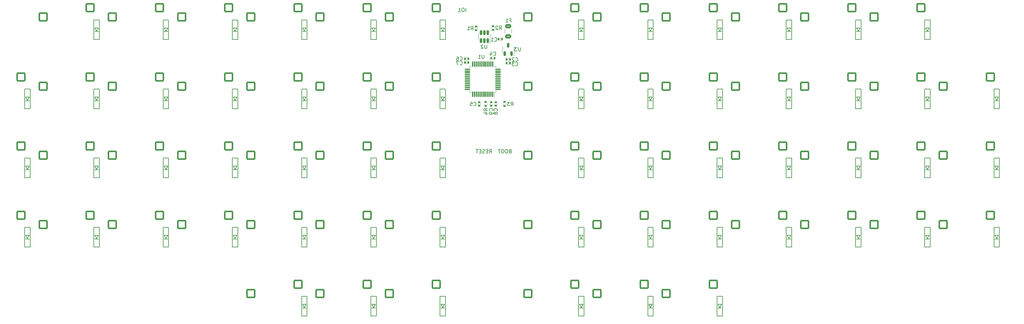
<source format=gbr>
%TF.GenerationSoftware,KiCad,Pcbnew,7.0.9*%
%TF.CreationDate,2024-01-02T07:13:13+09:00*%
%TF.ProjectId,SpaceCadet2024,53706163-6543-4616-9465-74323032342e,rev?*%
%TF.SameCoordinates,Original*%
%TF.FileFunction,Legend,Bot*%
%TF.FilePolarity,Positive*%
%FSLAX46Y46*%
G04 Gerber Fmt 4.6, Leading zero omitted, Abs format (unit mm)*
G04 Created by KiCad (PCBNEW 7.0.9) date 2024-01-02 07:13:13*
%MOMM*%
%LPD*%
G01*
G04 APERTURE LIST*
G04 Aperture macros list*
%AMRoundRect*
0 Rectangle with rounded corners*
0 $1 Rounding radius*
0 $2 $3 $4 $5 $6 $7 $8 $9 X,Y pos of 4 corners*
0 Add a 4 corners polygon primitive as box body*
4,1,4,$2,$3,$4,$5,$6,$7,$8,$9,$2,$3,0*
0 Add four circle primitives for the rounded corners*
1,1,$1+$1,$2,$3*
1,1,$1+$1,$4,$5*
1,1,$1+$1,$6,$7*
1,1,$1+$1,$8,$9*
0 Add four rect primitives between the rounded corners*
20,1,$1+$1,$2,$3,$4,$5,0*
20,1,$1+$1,$4,$5,$6,$7,0*
20,1,$1+$1,$6,$7,$8,$9,0*
20,1,$1+$1,$8,$9,$2,$3,0*%
G04 Aperture macros list end*
%ADD10C,0.150000*%
%ADD11C,0.120000*%
%ADD12C,1.701800*%
%ADD13C,3.000000*%
%ADD14C,3.987800*%
%ADD15RoundRect,0.200000X-1.075000X-1.050000X1.075000X-1.050000X1.075000X1.050000X-1.075000X1.050000X0*%
%ADD16R,0.950000X1.300000*%
%ADD17C,2.000000*%
%ADD18RoundRect,0.250000X-0.625000X0.375000X-0.625000X-0.375000X0.625000X-0.375000X0.625000X0.375000X0*%
%ADD19RoundRect,0.150000X0.150000X-0.512500X0.150000X0.512500X-0.150000X0.512500X-0.150000X-0.512500X0*%
%ADD20RoundRect,0.135000X-0.185000X0.135000X-0.185000X-0.135000X0.185000X-0.135000X0.185000X0.135000X0*%
%ADD21RoundRect,0.140000X0.170000X-0.140000X0.170000X0.140000X-0.170000X0.140000X-0.170000X-0.140000X0*%
%ADD22RoundRect,0.075000X0.075000X-0.662500X0.075000X0.662500X-0.075000X0.662500X-0.075000X-0.662500X0*%
%ADD23RoundRect,0.075000X0.662500X-0.075000X0.662500X0.075000X-0.662500X0.075000X-0.662500X-0.075000X0*%
%ADD24RoundRect,0.140000X-0.140000X-0.170000X0.140000X-0.170000X0.140000X0.170000X-0.140000X0.170000X0*%
%ADD25RoundRect,0.140000X0.140000X0.170000X-0.140000X0.170000X-0.140000X-0.170000X0.140000X-0.170000X0*%
%ADD26C,0.650000*%
%ADD27R,0.600000X1.450000*%
%ADD28R,0.300000X1.450000*%
%ADD29RoundRect,0.135000X0.185000X-0.135000X0.185000X0.135000X-0.185000X0.135000X-0.185000X-0.135000X0*%
G04 APERTURE END LIST*
D10*
X137202381Y-56704819D02*
X137535714Y-56228628D01*
X137773809Y-56704819D02*
X137773809Y-55704819D01*
X137773809Y-55704819D02*
X137392857Y-55704819D01*
X137392857Y-55704819D02*
X137297619Y-55752438D01*
X137297619Y-55752438D02*
X137250000Y-55800057D01*
X137250000Y-55800057D02*
X137202381Y-55895295D01*
X137202381Y-55895295D02*
X137202381Y-56038152D01*
X137202381Y-56038152D02*
X137250000Y-56133390D01*
X137250000Y-56133390D02*
X137297619Y-56181009D01*
X137297619Y-56181009D02*
X137392857Y-56228628D01*
X137392857Y-56228628D02*
X137773809Y-56228628D01*
X136773809Y-56181009D02*
X136440476Y-56181009D01*
X136297619Y-56704819D02*
X136773809Y-56704819D01*
X136773809Y-56704819D02*
X136773809Y-55704819D01*
X136773809Y-55704819D02*
X136297619Y-55704819D01*
X135916666Y-56657200D02*
X135773809Y-56704819D01*
X135773809Y-56704819D02*
X135535714Y-56704819D01*
X135535714Y-56704819D02*
X135440476Y-56657200D01*
X135440476Y-56657200D02*
X135392857Y-56609580D01*
X135392857Y-56609580D02*
X135345238Y-56514342D01*
X135345238Y-56514342D02*
X135345238Y-56419104D01*
X135345238Y-56419104D02*
X135392857Y-56323866D01*
X135392857Y-56323866D02*
X135440476Y-56276247D01*
X135440476Y-56276247D02*
X135535714Y-56228628D01*
X135535714Y-56228628D02*
X135726190Y-56181009D01*
X135726190Y-56181009D02*
X135821428Y-56133390D01*
X135821428Y-56133390D02*
X135869047Y-56085771D01*
X135869047Y-56085771D02*
X135916666Y-55990533D01*
X135916666Y-55990533D02*
X135916666Y-55895295D01*
X135916666Y-55895295D02*
X135869047Y-55800057D01*
X135869047Y-55800057D02*
X135821428Y-55752438D01*
X135821428Y-55752438D02*
X135726190Y-55704819D01*
X135726190Y-55704819D02*
X135488095Y-55704819D01*
X135488095Y-55704819D02*
X135345238Y-55752438D01*
X134916666Y-56181009D02*
X134583333Y-56181009D01*
X134440476Y-56704819D02*
X134916666Y-56704819D01*
X134916666Y-56704819D02*
X134916666Y-55704819D01*
X134916666Y-55704819D02*
X134440476Y-55704819D01*
X134154761Y-55704819D02*
X133583333Y-55704819D01*
X133869047Y-56704819D02*
X133869047Y-55704819D01*
X142833333Y-20181009D02*
X143166666Y-20181009D01*
X143166666Y-20704819D02*
X143166666Y-19704819D01*
X143166666Y-19704819D02*
X142690476Y-19704819D01*
X141785714Y-20704819D02*
X142357142Y-20704819D01*
X142071428Y-20704819D02*
X142071428Y-19704819D01*
X142071428Y-19704819D02*
X142166666Y-19847676D01*
X142166666Y-19847676D02*
X142261904Y-19942914D01*
X142261904Y-19942914D02*
X142357142Y-19990533D01*
X145761904Y-27654819D02*
X145761904Y-28464342D01*
X145761904Y-28464342D02*
X145714285Y-28559580D01*
X145714285Y-28559580D02*
X145666666Y-28607200D01*
X145666666Y-28607200D02*
X145571428Y-28654819D01*
X145571428Y-28654819D02*
X145380952Y-28654819D01*
X145380952Y-28654819D02*
X145285714Y-28607200D01*
X145285714Y-28607200D02*
X145238095Y-28559580D01*
X145238095Y-28559580D02*
X145190476Y-28464342D01*
X145190476Y-28464342D02*
X145190476Y-27654819D01*
X144809523Y-27654819D02*
X144190476Y-27654819D01*
X144190476Y-27654819D02*
X144523809Y-28035771D01*
X144523809Y-28035771D02*
X144380952Y-28035771D01*
X144380952Y-28035771D02*
X144285714Y-28083390D01*
X144285714Y-28083390D02*
X144238095Y-28131009D01*
X144238095Y-28131009D02*
X144190476Y-28226247D01*
X144190476Y-28226247D02*
X144190476Y-28464342D01*
X144190476Y-28464342D02*
X144238095Y-28559580D01*
X144238095Y-28559580D02*
X144285714Y-28607200D01*
X144285714Y-28607200D02*
X144380952Y-28654819D01*
X144380952Y-28654819D02*
X144666666Y-28654819D01*
X144666666Y-28654819D02*
X144761904Y-28607200D01*
X144761904Y-28607200D02*
X144809523Y-28559580D01*
X139916666Y-22779819D02*
X140249999Y-22303628D01*
X140488094Y-22779819D02*
X140488094Y-21779819D01*
X140488094Y-21779819D02*
X140107142Y-21779819D01*
X140107142Y-21779819D02*
X140011904Y-21827438D01*
X140011904Y-21827438D02*
X139964285Y-21875057D01*
X139964285Y-21875057D02*
X139916666Y-21970295D01*
X139916666Y-21970295D02*
X139916666Y-22113152D01*
X139916666Y-22113152D02*
X139964285Y-22208390D01*
X139964285Y-22208390D02*
X140011904Y-22256009D01*
X140011904Y-22256009D02*
X140107142Y-22303628D01*
X140107142Y-22303628D02*
X140488094Y-22303628D01*
X139535713Y-21875057D02*
X139488094Y-21827438D01*
X139488094Y-21827438D02*
X139392856Y-21779819D01*
X139392856Y-21779819D02*
X139154761Y-21779819D01*
X139154761Y-21779819D02*
X139059523Y-21827438D01*
X139059523Y-21827438D02*
X139011904Y-21875057D01*
X139011904Y-21875057D02*
X138964285Y-21970295D01*
X138964285Y-21970295D02*
X138964285Y-22065533D01*
X138964285Y-22065533D02*
X139011904Y-22208390D01*
X139011904Y-22208390D02*
X139583332Y-22779819D01*
X139583332Y-22779819D02*
X138964285Y-22779819D01*
X139359580Y-45083333D02*
X139407200Y-45035714D01*
X139407200Y-45035714D02*
X139454819Y-44892857D01*
X139454819Y-44892857D02*
X139454819Y-44797619D01*
X139454819Y-44797619D02*
X139407200Y-44654762D01*
X139407200Y-44654762D02*
X139311961Y-44559524D01*
X139311961Y-44559524D02*
X139216723Y-44511905D01*
X139216723Y-44511905D02*
X139026247Y-44464286D01*
X139026247Y-44464286D02*
X138883390Y-44464286D01*
X138883390Y-44464286D02*
X138692914Y-44511905D01*
X138692914Y-44511905D02*
X138597676Y-44559524D01*
X138597676Y-44559524D02*
X138502438Y-44654762D01*
X138502438Y-44654762D02*
X138454819Y-44797619D01*
X138454819Y-44797619D02*
X138454819Y-44892857D01*
X138454819Y-44892857D02*
X138502438Y-45035714D01*
X138502438Y-45035714D02*
X138550057Y-45083333D01*
X138883390Y-45654762D02*
X138835771Y-45559524D01*
X138835771Y-45559524D02*
X138788152Y-45511905D01*
X138788152Y-45511905D02*
X138692914Y-45464286D01*
X138692914Y-45464286D02*
X138645295Y-45464286D01*
X138645295Y-45464286D02*
X138550057Y-45511905D01*
X138550057Y-45511905D02*
X138502438Y-45559524D01*
X138502438Y-45559524D02*
X138454819Y-45654762D01*
X138454819Y-45654762D02*
X138454819Y-45845238D01*
X138454819Y-45845238D02*
X138502438Y-45940476D01*
X138502438Y-45940476D02*
X138550057Y-45988095D01*
X138550057Y-45988095D02*
X138645295Y-46035714D01*
X138645295Y-46035714D02*
X138692914Y-46035714D01*
X138692914Y-46035714D02*
X138788152Y-45988095D01*
X138788152Y-45988095D02*
X138835771Y-45940476D01*
X138835771Y-45940476D02*
X138883390Y-45845238D01*
X138883390Y-45845238D02*
X138883390Y-45654762D01*
X138883390Y-45654762D02*
X138931009Y-45559524D01*
X138931009Y-45559524D02*
X138978628Y-45511905D01*
X138978628Y-45511905D02*
X139073866Y-45464286D01*
X139073866Y-45464286D02*
X139264342Y-45464286D01*
X139264342Y-45464286D02*
X139359580Y-45511905D01*
X139359580Y-45511905D02*
X139407200Y-45559524D01*
X139407200Y-45559524D02*
X139454819Y-45654762D01*
X139454819Y-45654762D02*
X139454819Y-45845238D01*
X139454819Y-45845238D02*
X139407200Y-45940476D01*
X139407200Y-45940476D02*
X139359580Y-45988095D01*
X139359580Y-45988095D02*
X139264342Y-46035714D01*
X139264342Y-46035714D02*
X139073866Y-46035714D01*
X139073866Y-46035714D02*
X138978628Y-45988095D01*
X138978628Y-45988095D02*
X138931009Y-45940476D01*
X138931009Y-45940476D02*
X138883390Y-45845238D01*
X143166666Y-43704819D02*
X143499999Y-43228628D01*
X143738094Y-43704819D02*
X143738094Y-42704819D01*
X143738094Y-42704819D02*
X143357142Y-42704819D01*
X143357142Y-42704819D02*
X143261904Y-42752438D01*
X143261904Y-42752438D02*
X143214285Y-42800057D01*
X143214285Y-42800057D02*
X143166666Y-42895295D01*
X143166666Y-42895295D02*
X143166666Y-43038152D01*
X143166666Y-43038152D02*
X143214285Y-43133390D01*
X143214285Y-43133390D02*
X143261904Y-43181009D01*
X143261904Y-43181009D02*
X143357142Y-43228628D01*
X143357142Y-43228628D02*
X143738094Y-43228628D01*
X142833332Y-42704819D02*
X142214285Y-42704819D01*
X142214285Y-42704819D02*
X142547618Y-43085771D01*
X142547618Y-43085771D02*
X142404761Y-43085771D01*
X142404761Y-43085771D02*
X142309523Y-43133390D01*
X142309523Y-43133390D02*
X142261904Y-43181009D01*
X142261904Y-43181009D02*
X142214285Y-43276247D01*
X142214285Y-43276247D02*
X142214285Y-43514342D01*
X142214285Y-43514342D02*
X142261904Y-43609580D01*
X142261904Y-43609580D02*
X142309523Y-43657200D01*
X142309523Y-43657200D02*
X142404761Y-43704819D01*
X142404761Y-43704819D02*
X142690475Y-43704819D01*
X142690475Y-43704819D02*
X142785713Y-43657200D01*
X142785713Y-43657200D02*
X142833332Y-43609580D01*
X135761904Y-29704819D02*
X135761904Y-30514342D01*
X135761904Y-30514342D02*
X135714285Y-30609580D01*
X135714285Y-30609580D02*
X135666666Y-30657200D01*
X135666666Y-30657200D02*
X135571428Y-30704819D01*
X135571428Y-30704819D02*
X135380952Y-30704819D01*
X135380952Y-30704819D02*
X135285714Y-30657200D01*
X135285714Y-30657200D02*
X135238095Y-30609580D01*
X135238095Y-30609580D02*
X135190476Y-30514342D01*
X135190476Y-30514342D02*
X135190476Y-29704819D01*
X134190476Y-30704819D02*
X134761904Y-30704819D01*
X134476190Y-30704819D02*
X134476190Y-29704819D01*
X134476190Y-29704819D02*
X134571428Y-29847676D01*
X134571428Y-29847676D02*
X134666666Y-29942914D01*
X134666666Y-29942914D02*
X134761904Y-29990533D01*
X144416666Y-31359580D02*
X144464285Y-31407200D01*
X144464285Y-31407200D02*
X144607142Y-31454819D01*
X144607142Y-31454819D02*
X144702380Y-31454819D01*
X144702380Y-31454819D02*
X144845237Y-31407200D01*
X144845237Y-31407200D02*
X144940475Y-31311961D01*
X144940475Y-31311961D02*
X144988094Y-31216723D01*
X144988094Y-31216723D02*
X145035713Y-31026247D01*
X145035713Y-31026247D02*
X145035713Y-30883390D01*
X145035713Y-30883390D02*
X144988094Y-30692914D01*
X144988094Y-30692914D02*
X144940475Y-30597676D01*
X144940475Y-30597676D02*
X144845237Y-30502438D01*
X144845237Y-30502438D02*
X144702380Y-30454819D01*
X144702380Y-30454819D02*
X144607142Y-30454819D01*
X144607142Y-30454819D02*
X144464285Y-30502438D01*
X144464285Y-30502438D02*
X144416666Y-30550057D01*
X144035713Y-30550057D02*
X143988094Y-30502438D01*
X143988094Y-30502438D02*
X143892856Y-30454819D01*
X143892856Y-30454819D02*
X143654761Y-30454819D01*
X143654761Y-30454819D02*
X143559523Y-30502438D01*
X143559523Y-30502438D02*
X143511904Y-30550057D01*
X143511904Y-30550057D02*
X143464285Y-30645295D01*
X143464285Y-30645295D02*
X143464285Y-30740533D01*
X143464285Y-30740533D02*
X143511904Y-30883390D01*
X143511904Y-30883390D02*
X144083332Y-31454819D01*
X144083332Y-31454819D02*
X143464285Y-31454819D01*
X136511904Y-26954819D02*
X136511904Y-27764342D01*
X136511904Y-27764342D02*
X136464285Y-27859580D01*
X136464285Y-27859580D02*
X136416666Y-27907200D01*
X136416666Y-27907200D02*
X136321428Y-27954819D01*
X136321428Y-27954819D02*
X136130952Y-27954819D01*
X136130952Y-27954819D02*
X136035714Y-27907200D01*
X136035714Y-27907200D02*
X135988095Y-27859580D01*
X135988095Y-27859580D02*
X135940476Y-27764342D01*
X135940476Y-27764342D02*
X135940476Y-26954819D01*
X135511904Y-27050057D02*
X135464285Y-27002438D01*
X135464285Y-27002438D02*
X135369047Y-26954819D01*
X135369047Y-26954819D02*
X135130952Y-26954819D01*
X135130952Y-26954819D02*
X135035714Y-27002438D01*
X135035714Y-27002438D02*
X134988095Y-27050057D01*
X134988095Y-27050057D02*
X134940476Y-27145295D01*
X134940476Y-27145295D02*
X134940476Y-27240533D01*
X134940476Y-27240533D02*
X134988095Y-27383390D01*
X134988095Y-27383390D02*
X135559523Y-27954819D01*
X135559523Y-27954819D02*
X134940476Y-27954819D01*
X129166666Y-32359580D02*
X129214285Y-32407200D01*
X129214285Y-32407200D02*
X129357142Y-32454819D01*
X129357142Y-32454819D02*
X129452380Y-32454819D01*
X129452380Y-32454819D02*
X129595237Y-32407200D01*
X129595237Y-32407200D02*
X129690475Y-32311961D01*
X129690475Y-32311961D02*
X129738094Y-32216723D01*
X129738094Y-32216723D02*
X129785713Y-32026247D01*
X129785713Y-32026247D02*
X129785713Y-31883390D01*
X129785713Y-31883390D02*
X129738094Y-31692914D01*
X129738094Y-31692914D02*
X129690475Y-31597676D01*
X129690475Y-31597676D02*
X129595237Y-31502438D01*
X129595237Y-31502438D02*
X129452380Y-31454819D01*
X129452380Y-31454819D02*
X129357142Y-31454819D01*
X129357142Y-31454819D02*
X129214285Y-31502438D01*
X129214285Y-31502438D02*
X129166666Y-31550057D01*
X128833332Y-31454819D02*
X128166666Y-31454819D01*
X128166666Y-31454819D02*
X128595237Y-32454819D01*
X138666666Y-25859580D02*
X138714285Y-25907200D01*
X138714285Y-25907200D02*
X138857142Y-25954819D01*
X138857142Y-25954819D02*
X138952380Y-25954819D01*
X138952380Y-25954819D02*
X139095237Y-25907200D01*
X139095237Y-25907200D02*
X139190475Y-25811961D01*
X139190475Y-25811961D02*
X139238094Y-25716723D01*
X139238094Y-25716723D02*
X139285713Y-25526247D01*
X139285713Y-25526247D02*
X139285713Y-25383390D01*
X139285713Y-25383390D02*
X139238094Y-25192914D01*
X139238094Y-25192914D02*
X139190475Y-25097676D01*
X139190475Y-25097676D02*
X139095237Y-25002438D01*
X139095237Y-25002438D02*
X138952380Y-24954819D01*
X138952380Y-24954819D02*
X138857142Y-24954819D01*
X138857142Y-24954819D02*
X138714285Y-25002438D01*
X138714285Y-25002438D02*
X138666666Y-25050057D01*
X137714285Y-25954819D02*
X138285713Y-25954819D01*
X137999999Y-25954819D02*
X137999999Y-24954819D01*
X137999999Y-24954819D02*
X138095237Y-25097676D01*
X138095237Y-25097676D02*
X138190475Y-25192914D01*
X138190475Y-25192914D02*
X138285713Y-25240533D01*
X132916666Y-43609580D02*
X132964285Y-43657200D01*
X132964285Y-43657200D02*
X133107142Y-43704819D01*
X133107142Y-43704819D02*
X133202380Y-43704819D01*
X133202380Y-43704819D02*
X133345237Y-43657200D01*
X133345237Y-43657200D02*
X133440475Y-43561961D01*
X133440475Y-43561961D02*
X133488094Y-43466723D01*
X133488094Y-43466723D02*
X133535713Y-43276247D01*
X133535713Y-43276247D02*
X133535713Y-43133390D01*
X133535713Y-43133390D02*
X133488094Y-42942914D01*
X133488094Y-42942914D02*
X133440475Y-42847676D01*
X133440475Y-42847676D02*
X133345237Y-42752438D01*
X133345237Y-42752438D02*
X133202380Y-42704819D01*
X133202380Y-42704819D02*
X133107142Y-42704819D01*
X133107142Y-42704819D02*
X132964285Y-42752438D01*
X132964285Y-42752438D02*
X132916666Y-42800057D01*
X132011904Y-42704819D02*
X132488094Y-42704819D01*
X132488094Y-42704819D02*
X132535713Y-43181009D01*
X132535713Y-43181009D02*
X132488094Y-43133390D01*
X132488094Y-43133390D02*
X132392856Y-43085771D01*
X132392856Y-43085771D02*
X132154761Y-43085771D01*
X132154761Y-43085771D02*
X132059523Y-43133390D01*
X132059523Y-43133390D02*
X132011904Y-43181009D01*
X132011904Y-43181009D02*
X131964285Y-43276247D01*
X131964285Y-43276247D02*
X131964285Y-43514342D01*
X131964285Y-43514342D02*
X132011904Y-43609580D01*
X132011904Y-43609580D02*
X132059523Y-43657200D01*
X132059523Y-43657200D02*
X132154761Y-43704819D01*
X132154761Y-43704819D02*
X132392856Y-43704819D01*
X132392856Y-43704819D02*
X132488094Y-43657200D01*
X132488094Y-43657200D02*
X132535713Y-43609580D01*
X129166666Y-31109580D02*
X129214285Y-31157200D01*
X129214285Y-31157200D02*
X129357142Y-31204819D01*
X129357142Y-31204819D02*
X129452380Y-31204819D01*
X129452380Y-31204819D02*
X129595237Y-31157200D01*
X129595237Y-31157200D02*
X129690475Y-31061961D01*
X129690475Y-31061961D02*
X129738094Y-30966723D01*
X129738094Y-30966723D02*
X129785713Y-30776247D01*
X129785713Y-30776247D02*
X129785713Y-30633390D01*
X129785713Y-30633390D02*
X129738094Y-30442914D01*
X129738094Y-30442914D02*
X129690475Y-30347676D01*
X129690475Y-30347676D02*
X129595237Y-30252438D01*
X129595237Y-30252438D02*
X129452380Y-30204819D01*
X129452380Y-30204819D02*
X129357142Y-30204819D01*
X129357142Y-30204819D02*
X129214285Y-30252438D01*
X129214285Y-30252438D02*
X129166666Y-30300057D01*
X128309523Y-30204819D02*
X128499999Y-30204819D01*
X128499999Y-30204819D02*
X128595237Y-30252438D01*
X128595237Y-30252438D02*
X128642856Y-30300057D01*
X128642856Y-30300057D02*
X128738094Y-30442914D01*
X128738094Y-30442914D02*
X128785713Y-30633390D01*
X128785713Y-30633390D02*
X128785713Y-31014342D01*
X128785713Y-31014342D02*
X128738094Y-31109580D01*
X128738094Y-31109580D02*
X128690475Y-31157200D01*
X128690475Y-31157200D02*
X128595237Y-31204819D01*
X128595237Y-31204819D02*
X128404761Y-31204819D01*
X128404761Y-31204819D02*
X128309523Y-31157200D01*
X128309523Y-31157200D02*
X128261904Y-31109580D01*
X128261904Y-31109580D02*
X128214285Y-31014342D01*
X128214285Y-31014342D02*
X128214285Y-30776247D01*
X128214285Y-30776247D02*
X128261904Y-30681009D01*
X128261904Y-30681009D02*
X128309523Y-30633390D01*
X128309523Y-30633390D02*
X128404761Y-30585771D01*
X128404761Y-30585771D02*
X128595237Y-30585771D01*
X128595237Y-30585771D02*
X128690475Y-30633390D01*
X128690475Y-30633390D02*
X128738094Y-30681009D01*
X128738094Y-30681009D02*
X128785713Y-30776247D01*
X130749999Y-17834819D02*
X130749999Y-16834819D01*
X130083333Y-16834819D02*
X129892857Y-16834819D01*
X129892857Y-16834819D02*
X129797619Y-16882438D01*
X129797619Y-16882438D02*
X129702381Y-16977676D01*
X129702381Y-16977676D02*
X129654762Y-17168152D01*
X129654762Y-17168152D02*
X129654762Y-17501485D01*
X129654762Y-17501485D02*
X129702381Y-17691961D01*
X129702381Y-17691961D02*
X129797619Y-17787200D01*
X129797619Y-17787200D02*
X129892857Y-17834819D01*
X129892857Y-17834819D02*
X130083333Y-17834819D01*
X130083333Y-17834819D02*
X130178571Y-17787200D01*
X130178571Y-17787200D02*
X130273809Y-17691961D01*
X130273809Y-17691961D02*
X130321428Y-17501485D01*
X130321428Y-17501485D02*
X130321428Y-17168152D01*
X130321428Y-17168152D02*
X130273809Y-16977676D01*
X130273809Y-16977676D02*
X130178571Y-16882438D01*
X130178571Y-16882438D02*
X130083333Y-16834819D01*
X128702381Y-17834819D02*
X129273809Y-17834819D01*
X128988095Y-17834819D02*
X128988095Y-16834819D01*
X128988095Y-16834819D02*
X129083333Y-16977676D01*
X129083333Y-16977676D02*
X129178571Y-17072914D01*
X129178571Y-17072914D02*
X129273809Y-17120533D01*
X138109580Y-45083333D02*
X138157200Y-45035714D01*
X138157200Y-45035714D02*
X138204819Y-44892857D01*
X138204819Y-44892857D02*
X138204819Y-44797619D01*
X138204819Y-44797619D02*
X138157200Y-44654762D01*
X138157200Y-44654762D02*
X138061961Y-44559524D01*
X138061961Y-44559524D02*
X137966723Y-44511905D01*
X137966723Y-44511905D02*
X137776247Y-44464286D01*
X137776247Y-44464286D02*
X137633390Y-44464286D01*
X137633390Y-44464286D02*
X137442914Y-44511905D01*
X137442914Y-44511905D02*
X137347676Y-44559524D01*
X137347676Y-44559524D02*
X137252438Y-44654762D01*
X137252438Y-44654762D02*
X137204819Y-44797619D01*
X137204819Y-44797619D02*
X137204819Y-44892857D01*
X137204819Y-44892857D02*
X137252438Y-45035714D01*
X137252438Y-45035714D02*
X137300057Y-45083333D01*
X138204819Y-45559524D02*
X138204819Y-45750000D01*
X138204819Y-45750000D02*
X138157200Y-45845238D01*
X138157200Y-45845238D02*
X138109580Y-45892857D01*
X138109580Y-45892857D02*
X137966723Y-45988095D01*
X137966723Y-45988095D02*
X137776247Y-46035714D01*
X137776247Y-46035714D02*
X137395295Y-46035714D01*
X137395295Y-46035714D02*
X137300057Y-45988095D01*
X137300057Y-45988095D02*
X137252438Y-45940476D01*
X137252438Y-45940476D02*
X137204819Y-45845238D01*
X137204819Y-45845238D02*
X137204819Y-45654762D01*
X137204819Y-45654762D02*
X137252438Y-45559524D01*
X137252438Y-45559524D02*
X137300057Y-45511905D01*
X137300057Y-45511905D02*
X137395295Y-45464286D01*
X137395295Y-45464286D02*
X137633390Y-45464286D01*
X137633390Y-45464286D02*
X137728628Y-45511905D01*
X137728628Y-45511905D02*
X137776247Y-45559524D01*
X137776247Y-45559524D02*
X137823866Y-45654762D01*
X137823866Y-45654762D02*
X137823866Y-45845238D01*
X137823866Y-45845238D02*
X137776247Y-45940476D01*
X137776247Y-45940476D02*
X137728628Y-45988095D01*
X137728628Y-45988095D02*
X137633390Y-46035714D01*
X136704819Y-45083333D02*
X136228628Y-44750000D01*
X136704819Y-44511905D02*
X135704819Y-44511905D01*
X135704819Y-44511905D02*
X135704819Y-44892857D01*
X135704819Y-44892857D02*
X135752438Y-44988095D01*
X135752438Y-44988095D02*
X135800057Y-45035714D01*
X135800057Y-45035714D02*
X135895295Y-45083333D01*
X135895295Y-45083333D02*
X136038152Y-45083333D01*
X136038152Y-45083333D02*
X136133390Y-45035714D01*
X136133390Y-45035714D02*
X136181009Y-44988095D01*
X136181009Y-44988095D02*
X136228628Y-44892857D01*
X136228628Y-44892857D02*
X136228628Y-44511905D01*
X136038152Y-45940476D02*
X136704819Y-45940476D01*
X135657200Y-45702381D02*
X136371485Y-45464286D01*
X136371485Y-45464286D02*
X136371485Y-46083333D01*
X132166666Y-22854819D02*
X132499999Y-22378628D01*
X132738094Y-22854819D02*
X132738094Y-21854819D01*
X132738094Y-21854819D02*
X132357142Y-21854819D01*
X132357142Y-21854819D02*
X132261904Y-21902438D01*
X132261904Y-21902438D02*
X132214285Y-21950057D01*
X132214285Y-21950057D02*
X132166666Y-22045295D01*
X132166666Y-22045295D02*
X132166666Y-22188152D01*
X132166666Y-22188152D02*
X132214285Y-22283390D01*
X132214285Y-22283390D02*
X132261904Y-22331009D01*
X132261904Y-22331009D02*
X132357142Y-22378628D01*
X132357142Y-22378628D02*
X132738094Y-22378628D01*
X131214285Y-22854819D02*
X131785713Y-22854819D01*
X131499999Y-22854819D02*
X131499999Y-21854819D01*
X131499999Y-21854819D02*
X131595237Y-21997676D01*
X131595237Y-21997676D02*
X131690475Y-22092914D01*
X131690475Y-22092914D02*
X131785713Y-22140533D01*
X138366666Y-29799580D02*
X138414285Y-29847200D01*
X138414285Y-29847200D02*
X138557142Y-29894819D01*
X138557142Y-29894819D02*
X138652380Y-29894819D01*
X138652380Y-29894819D02*
X138795237Y-29847200D01*
X138795237Y-29847200D02*
X138890475Y-29751961D01*
X138890475Y-29751961D02*
X138938094Y-29656723D01*
X138938094Y-29656723D02*
X138985713Y-29466247D01*
X138985713Y-29466247D02*
X138985713Y-29323390D01*
X138985713Y-29323390D02*
X138938094Y-29132914D01*
X138938094Y-29132914D02*
X138890475Y-29037676D01*
X138890475Y-29037676D02*
X138795237Y-28942438D01*
X138795237Y-28942438D02*
X138652380Y-28894819D01*
X138652380Y-28894819D02*
X138557142Y-28894819D01*
X138557142Y-28894819D02*
X138414285Y-28942438D01*
X138414285Y-28942438D02*
X138366666Y-28990057D01*
X137509523Y-29228152D02*
X137509523Y-29894819D01*
X137747618Y-28847200D02*
X137985713Y-29561485D01*
X137985713Y-29561485D02*
X137366666Y-29561485D01*
X142857142Y-56181009D02*
X142714285Y-56228628D01*
X142714285Y-56228628D02*
X142666666Y-56276247D01*
X142666666Y-56276247D02*
X142619047Y-56371485D01*
X142619047Y-56371485D02*
X142619047Y-56514342D01*
X142619047Y-56514342D02*
X142666666Y-56609580D01*
X142666666Y-56609580D02*
X142714285Y-56657200D01*
X142714285Y-56657200D02*
X142809523Y-56704819D01*
X142809523Y-56704819D02*
X143190475Y-56704819D01*
X143190475Y-56704819D02*
X143190475Y-55704819D01*
X143190475Y-55704819D02*
X142857142Y-55704819D01*
X142857142Y-55704819D02*
X142761904Y-55752438D01*
X142761904Y-55752438D02*
X142714285Y-55800057D01*
X142714285Y-55800057D02*
X142666666Y-55895295D01*
X142666666Y-55895295D02*
X142666666Y-55990533D01*
X142666666Y-55990533D02*
X142714285Y-56085771D01*
X142714285Y-56085771D02*
X142761904Y-56133390D01*
X142761904Y-56133390D02*
X142857142Y-56181009D01*
X142857142Y-56181009D02*
X143190475Y-56181009D01*
X141999999Y-55704819D02*
X141809523Y-55704819D01*
X141809523Y-55704819D02*
X141714285Y-55752438D01*
X141714285Y-55752438D02*
X141619047Y-55847676D01*
X141619047Y-55847676D02*
X141571428Y-56038152D01*
X141571428Y-56038152D02*
X141571428Y-56371485D01*
X141571428Y-56371485D02*
X141619047Y-56561961D01*
X141619047Y-56561961D02*
X141714285Y-56657200D01*
X141714285Y-56657200D02*
X141809523Y-56704819D01*
X141809523Y-56704819D02*
X141999999Y-56704819D01*
X141999999Y-56704819D02*
X142095237Y-56657200D01*
X142095237Y-56657200D02*
X142190475Y-56561961D01*
X142190475Y-56561961D02*
X142238094Y-56371485D01*
X142238094Y-56371485D02*
X142238094Y-56038152D01*
X142238094Y-56038152D02*
X142190475Y-55847676D01*
X142190475Y-55847676D02*
X142095237Y-55752438D01*
X142095237Y-55752438D02*
X141999999Y-55704819D01*
X140952380Y-55704819D02*
X140761904Y-55704819D01*
X140761904Y-55704819D02*
X140666666Y-55752438D01*
X140666666Y-55752438D02*
X140571428Y-55847676D01*
X140571428Y-55847676D02*
X140523809Y-56038152D01*
X140523809Y-56038152D02*
X140523809Y-56371485D01*
X140523809Y-56371485D02*
X140571428Y-56561961D01*
X140571428Y-56561961D02*
X140666666Y-56657200D01*
X140666666Y-56657200D02*
X140761904Y-56704819D01*
X140761904Y-56704819D02*
X140952380Y-56704819D01*
X140952380Y-56704819D02*
X141047618Y-56657200D01*
X141047618Y-56657200D02*
X141142856Y-56561961D01*
X141142856Y-56561961D02*
X141190475Y-56371485D01*
X141190475Y-56371485D02*
X141190475Y-56038152D01*
X141190475Y-56038152D02*
X141142856Y-55847676D01*
X141142856Y-55847676D02*
X141047618Y-55752438D01*
X141047618Y-55752438D02*
X140952380Y-55704819D01*
X140238094Y-55704819D02*
X139666666Y-55704819D01*
X139952380Y-56704819D02*
X139952380Y-55704819D01*
X144416666Y-32609580D02*
X144464285Y-32657200D01*
X144464285Y-32657200D02*
X144607142Y-32704819D01*
X144607142Y-32704819D02*
X144702380Y-32704819D01*
X144702380Y-32704819D02*
X144845237Y-32657200D01*
X144845237Y-32657200D02*
X144940475Y-32561961D01*
X144940475Y-32561961D02*
X144988094Y-32466723D01*
X144988094Y-32466723D02*
X145035713Y-32276247D01*
X145035713Y-32276247D02*
X145035713Y-32133390D01*
X145035713Y-32133390D02*
X144988094Y-31942914D01*
X144988094Y-31942914D02*
X144940475Y-31847676D01*
X144940475Y-31847676D02*
X144845237Y-31752438D01*
X144845237Y-31752438D02*
X144702380Y-31704819D01*
X144702380Y-31704819D02*
X144607142Y-31704819D01*
X144607142Y-31704819D02*
X144464285Y-31752438D01*
X144464285Y-31752438D02*
X144416666Y-31800057D01*
X144083332Y-31704819D02*
X143464285Y-31704819D01*
X143464285Y-31704819D02*
X143797618Y-32085771D01*
X143797618Y-32085771D02*
X143654761Y-32085771D01*
X143654761Y-32085771D02*
X143559523Y-32133390D01*
X143559523Y-32133390D02*
X143511904Y-32181009D01*
X143511904Y-32181009D02*
X143464285Y-32276247D01*
X143464285Y-32276247D02*
X143464285Y-32514342D01*
X143464285Y-32514342D02*
X143511904Y-32609580D01*
X143511904Y-32609580D02*
X143559523Y-32657200D01*
X143559523Y-32657200D02*
X143654761Y-32704819D01*
X143654761Y-32704819D02*
X143940475Y-32704819D01*
X143940475Y-32704819D02*
X144035713Y-32657200D01*
X144035713Y-32657200D02*
X144083332Y-32609580D01*
%TO.C,D12*%
X256700000Y-25500000D02*
X256700000Y-20100000D01*
X258200000Y-25500000D02*
X256700000Y-25500000D01*
X257950000Y-23300000D02*
X256950000Y-23300000D01*
X257450000Y-23200000D02*
X257950000Y-22300000D01*
X256950000Y-22300000D02*
X257450000Y-23200000D01*
X257950000Y-22300000D02*
X256950000Y-22300000D01*
X258200000Y-20100000D02*
X258200000Y-25500000D01*
X258200000Y-20100000D02*
X256700000Y-20100000D01*
%TO.C,D8*%
X180700000Y-25500000D02*
X180700000Y-20100000D01*
X182200000Y-25500000D02*
X180700000Y-25500000D01*
X181950000Y-23300000D02*
X180950000Y-23300000D01*
X181450000Y-23200000D02*
X181950000Y-22300000D01*
X180950000Y-22300000D02*
X181450000Y-23200000D01*
X181950000Y-22300000D02*
X180950000Y-22300000D01*
X182200000Y-20100000D02*
X182200000Y-25500000D01*
X182200000Y-20100000D02*
X180700000Y-20100000D01*
%TO.C,D44*%
X180700000Y-82500000D02*
X180700000Y-77100000D01*
X182200000Y-82500000D02*
X180700000Y-82500000D01*
X181950000Y-80300000D02*
X180950000Y-80300000D01*
X181450000Y-80200000D02*
X181950000Y-79300000D01*
X180950000Y-79300000D02*
X181450000Y-80200000D01*
X181950000Y-79300000D02*
X180950000Y-79300000D01*
X182200000Y-77100000D02*
X182200000Y-82500000D01*
X182200000Y-77100000D02*
X180700000Y-77100000D01*
%TO.C,D40*%
X85700000Y-82500000D02*
X85700000Y-77100000D01*
X87200000Y-82500000D02*
X85700000Y-82500000D01*
X86950000Y-80300000D02*
X85950000Y-80300000D01*
X86450000Y-80200000D02*
X86950000Y-79300000D01*
X85950000Y-79300000D02*
X86450000Y-80200000D01*
X86950000Y-79300000D02*
X85950000Y-79300000D01*
X87200000Y-77100000D02*
X87200000Y-82500000D01*
X87200000Y-77100000D02*
X85700000Y-77100000D01*
%TO.C,D27*%
X66700000Y-63500000D02*
X66700000Y-58100000D01*
X68200000Y-63500000D02*
X66700000Y-63500000D01*
X67950000Y-61300000D02*
X66950000Y-61300000D01*
X67450000Y-61200000D02*
X67950000Y-60300000D01*
X66950000Y-60300000D02*
X67450000Y-61200000D01*
X67950000Y-60300000D02*
X66950000Y-60300000D01*
X68200000Y-58100000D02*
X68200000Y-63500000D01*
X68200000Y-58100000D02*
X66700000Y-58100000D01*
%TO.C,D19*%
X161700000Y-44500000D02*
X161700000Y-39100000D01*
X163200000Y-44500000D02*
X161700000Y-44500000D01*
X162950000Y-42300000D02*
X161950000Y-42300000D01*
X162450000Y-42200000D02*
X162950000Y-41300000D01*
X161950000Y-41300000D02*
X162450000Y-42200000D01*
X162950000Y-41300000D02*
X161950000Y-41300000D01*
X163200000Y-39100000D02*
X163200000Y-44500000D01*
X163200000Y-39100000D02*
X161700000Y-39100000D01*
%TO.C,D32*%
X180700000Y-63500000D02*
X180700000Y-58100000D01*
X182200000Y-63500000D02*
X180700000Y-63500000D01*
X181950000Y-61300000D02*
X180950000Y-61300000D01*
X181450000Y-61200000D02*
X181950000Y-60300000D01*
X180950000Y-60300000D02*
X181450000Y-61200000D01*
X181950000Y-60300000D02*
X180950000Y-60300000D01*
X182200000Y-58100000D02*
X182200000Y-63500000D01*
X182200000Y-58100000D02*
X180700000Y-58100000D01*
D11*
%TO.C,F1*%
X143310000Y-22597936D02*
X143310000Y-23802064D01*
X141490000Y-22597936D02*
X141490000Y-23802064D01*
%TO.C,U3*%
X140840000Y-28200000D02*
X140840000Y-29000000D01*
X140840000Y-28200000D02*
X140840000Y-27400000D01*
X143960000Y-28200000D02*
X143960000Y-30000000D01*
X143960000Y-28200000D02*
X143960000Y-27400000D01*
%TO.C,R2*%
X138580000Y-22171359D02*
X138580000Y-22478641D01*
X137820000Y-22171359D02*
X137820000Y-22478641D01*
%TO.C,C8*%
X138640000Y-43307836D02*
X138640000Y-43092164D01*
X139360000Y-43307836D02*
X139360000Y-43092164D01*
D10*
%TO.C,D4*%
X85700000Y-25500000D02*
X85700000Y-20100000D01*
X87200000Y-25500000D02*
X85700000Y-25500000D01*
X86950000Y-23300000D02*
X85950000Y-23300000D01*
X86450000Y-23200000D02*
X86950000Y-22300000D01*
X85950000Y-22300000D02*
X86450000Y-23200000D01*
X86950000Y-22300000D02*
X85950000Y-22300000D01*
X87200000Y-20100000D02*
X87200000Y-25500000D01*
X87200000Y-20100000D02*
X85700000Y-20100000D01*
%TO.C,D38*%
X47700000Y-82500000D02*
X47700000Y-77100000D01*
X49200000Y-82500000D02*
X47700000Y-82500000D01*
X48950000Y-80300000D02*
X47950000Y-80300000D01*
X48450000Y-80200000D02*
X48950000Y-79300000D01*
X47950000Y-79300000D02*
X48450000Y-80200000D01*
X48950000Y-79300000D02*
X47950000Y-79300000D01*
X49200000Y-77100000D02*
X49200000Y-82500000D01*
X49200000Y-77100000D02*
X47700000Y-77100000D01*
%TO.C,D3*%
X66700000Y-25500000D02*
X66700000Y-20100000D01*
X68200000Y-25500000D02*
X66700000Y-25500000D01*
X67950000Y-23300000D02*
X66950000Y-23300000D01*
X67450000Y-23200000D02*
X67950000Y-22300000D01*
X66950000Y-22300000D02*
X67450000Y-23200000D01*
X67950000Y-22300000D02*
X66950000Y-22300000D01*
X68200000Y-20100000D02*
X68200000Y-25500000D01*
X68200000Y-20100000D02*
X66700000Y-20100000D01*
%TO.C,D52*%
X85700000Y-101500000D02*
X85700000Y-96100000D01*
X87200000Y-101500000D02*
X85700000Y-101500000D01*
X86950000Y-99300000D02*
X85950000Y-99300000D01*
X86450000Y-99200000D02*
X86950000Y-98300000D01*
X85950000Y-98300000D02*
X86450000Y-99200000D01*
X86950000Y-98300000D02*
X85950000Y-98300000D01*
X87200000Y-96100000D02*
X87200000Y-101500000D01*
X87200000Y-96100000D02*
X85700000Y-96100000D01*
%TO.C,D2*%
X47700000Y-25500000D02*
X47700000Y-20100000D01*
X49200000Y-25500000D02*
X47700000Y-25500000D01*
X48950000Y-23300000D02*
X47950000Y-23300000D01*
X48450000Y-23200000D02*
X48950000Y-22300000D01*
X47950000Y-22300000D02*
X48450000Y-23200000D01*
X48950000Y-22300000D02*
X47950000Y-22300000D01*
X49200000Y-20100000D02*
X49200000Y-25500000D01*
X49200000Y-20100000D02*
X47700000Y-20100000D01*
D11*
%TO.C,R3*%
X141780000Y-43046359D02*
X141780000Y-43353641D01*
X141020000Y-43046359D02*
X141020000Y-43353641D01*
D10*
%TO.C,D18*%
X123700000Y-44500000D02*
X123700000Y-39100000D01*
X125200000Y-44500000D02*
X123700000Y-44500000D01*
X124950000Y-42300000D02*
X123950000Y-42300000D01*
X124450000Y-42200000D02*
X124950000Y-41300000D01*
X123950000Y-41300000D02*
X124450000Y-42200000D01*
X124950000Y-41300000D02*
X123950000Y-41300000D01*
X125200000Y-39100000D02*
X125200000Y-44500000D01*
X125200000Y-39100000D02*
X123700000Y-39100000D01*
%TO.C,D45*%
X199700000Y-82500000D02*
X199700000Y-77100000D01*
X201200000Y-82500000D02*
X199700000Y-82500000D01*
X200950000Y-80300000D02*
X199950000Y-80300000D01*
X200450000Y-80200000D02*
X200950000Y-79300000D01*
X199950000Y-79300000D02*
X200450000Y-80200000D01*
X200950000Y-79300000D02*
X199950000Y-79300000D01*
X201200000Y-77100000D02*
X201200000Y-82500000D01*
X201200000Y-77100000D02*
X199700000Y-77100000D01*
%TO.C,D58*%
X275700000Y-82500000D02*
X275700000Y-77100000D01*
X277200000Y-82500000D02*
X275700000Y-82500000D01*
X276950000Y-80300000D02*
X275950000Y-80300000D01*
X276450000Y-80200000D02*
X276950000Y-79300000D01*
X275950000Y-79300000D02*
X276450000Y-80200000D01*
X276950000Y-79300000D02*
X275950000Y-79300000D01*
X277200000Y-77100000D02*
X277200000Y-82500000D01*
X277200000Y-77100000D02*
X275700000Y-77100000D01*
%TO.C,D6*%
X123700000Y-25500000D02*
X123700000Y-20100000D01*
X125200000Y-25500000D02*
X123700000Y-25500000D01*
X124950000Y-23300000D02*
X123950000Y-23300000D01*
X124450000Y-23200000D02*
X124950000Y-22300000D01*
X123950000Y-22300000D02*
X124450000Y-23200000D01*
X124950000Y-22300000D02*
X123950000Y-22300000D01*
X125200000Y-20100000D02*
X125200000Y-25500000D01*
X125200000Y-20100000D02*
X123700000Y-20100000D01*
%TO.C,D59*%
X275700000Y-63500000D02*
X275700000Y-58100000D01*
X277200000Y-63500000D02*
X275700000Y-63500000D01*
X276950000Y-61300000D02*
X275950000Y-61300000D01*
X276450000Y-61200000D02*
X276950000Y-60300000D01*
X275950000Y-60300000D02*
X276450000Y-61200000D01*
X276950000Y-60300000D02*
X275950000Y-60300000D01*
X277200000Y-58100000D02*
X277200000Y-63500000D01*
X277200000Y-58100000D02*
X275700000Y-58100000D01*
%TO.C,D37*%
X28700000Y-82500000D02*
X28700000Y-77100000D01*
X30200000Y-82500000D02*
X28700000Y-82500000D01*
X29950000Y-80300000D02*
X28950000Y-80300000D01*
X29450000Y-80200000D02*
X29950000Y-79300000D01*
X28950000Y-79300000D02*
X29450000Y-80200000D01*
X29950000Y-79300000D02*
X28950000Y-79300000D01*
X30200000Y-77100000D02*
X30200000Y-82500000D01*
X30200000Y-77100000D02*
X28700000Y-77100000D01*
%TO.C,D43*%
X161700000Y-82500000D02*
X161700000Y-77100000D01*
X163200000Y-82500000D02*
X161700000Y-82500000D01*
X162950000Y-80300000D02*
X161950000Y-80300000D01*
X162450000Y-80200000D02*
X162950000Y-79300000D01*
X161950000Y-79300000D02*
X162450000Y-80200000D01*
X162950000Y-79300000D02*
X161950000Y-79300000D01*
X163200000Y-77100000D02*
X163200000Y-82500000D01*
X163200000Y-77100000D02*
X161700000Y-77100000D01*
%TO.C,D50*%
X9700000Y-63500000D02*
X9700000Y-58100000D01*
X11200000Y-63500000D02*
X9700000Y-63500000D01*
X10950000Y-61300000D02*
X9950000Y-61300000D01*
X10450000Y-61200000D02*
X10950000Y-60300000D01*
X9950000Y-60300000D02*
X10450000Y-61200000D01*
X10950000Y-60300000D02*
X9950000Y-60300000D01*
X11200000Y-58100000D02*
X11200000Y-63500000D01*
X11200000Y-58100000D02*
X9700000Y-58100000D01*
%TO.C,D1*%
X28700000Y-25500000D02*
X28700000Y-20100000D01*
X30200000Y-25500000D02*
X28700000Y-25500000D01*
X29950000Y-23300000D02*
X28950000Y-23300000D01*
X29450000Y-23200000D02*
X29950000Y-22300000D01*
X28950000Y-22300000D02*
X29450000Y-23200000D01*
X29950000Y-22300000D02*
X28950000Y-22300000D01*
X30200000Y-20100000D02*
X30200000Y-25500000D01*
X30200000Y-20100000D02*
X28700000Y-20100000D01*
%TO.C,D53*%
X104700000Y-101500000D02*
X104700000Y-96100000D01*
X106200000Y-101500000D02*
X104700000Y-101500000D01*
X105950000Y-99300000D02*
X104950000Y-99300000D01*
X105450000Y-99200000D02*
X105950000Y-98300000D01*
X104950000Y-98300000D02*
X105450000Y-99200000D01*
X105950000Y-98300000D02*
X104950000Y-98300000D01*
X106200000Y-96100000D02*
X106200000Y-101500000D01*
X106200000Y-96100000D02*
X104700000Y-96100000D01*
%TO.C,D48*%
X256700000Y-82500000D02*
X256700000Y-77100000D01*
X258200000Y-82500000D02*
X256700000Y-82500000D01*
X257950000Y-80300000D02*
X256950000Y-80300000D01*
X257450000Y-80200000D02*
X257950000Y-79300000D01*
X256950000Y-79300000D02*
X257450000Y-80200000D01*
X257950000Y-79300000D02*
X256950000Y-79300000D01*
X258200000Y-77100000D02*
X258200000Y-82500000D01*
X258200000Y-77100000D02*
X256700000Y-77100000D01*
%TO.C,D60*%
X275700000Y-44500000D02*
X275700000Y-39100000D01*
X277200000Y-44500000D02*
X275700000Y-44500000D01*
X276950000Y-42300000D02*
X275950000Y-42300000D01*
X276450000Y-42200000D02*
X276950000Y-41300000D01*
X275950000Y-41300000D02*
X276450000Y-42200000D01*
X276950000Y-41300000D02*
X275950000Y-41300000D01*
X277200000Y-39100000D02*
X277200000Y-44500000D01*
X277200000Y-39100000D02*
X275700000Y-39100000D01*
%TO.C,D33*%
X199700000Y-63500000D02*
X199700000Y-58100000D01*
X201200000Y-63500000D02*
X199700000Y-63500000D01*
X200950000Y-61300000D02*
X199950000Y-61300000D01*
X200450000Y-61200000D02*
X200950000Y-60300000D01*
X199950000Y-60300000D02*
X200450000Y-61200000D01*
X200950000Y-60300000D02*
X199950000Y-60300000D01*
X201200000Y-58100000D02*
X201200000Y-63500000D01*
X201200000Y-58100000D02*
X199700000Y-58100000D01*
%TO.C,D39*%
X66700000Y-82500000D02*
X66700000Y-77100000D01*
X68200000Y-82500000D02*
X66700000Y-82500000D01*
X67950000Y-80300000D02*
X66950000Y-80300000D01*
X67450000Y-80200000D02*
X67950000Y-79300000D01*
X66950000Y-79300000D02*
X67450000Y-80200000D01*
X67950000Y-79300000D02*
X66950000Y-79300000D01*
X68200000Y-77100000D02*
X68200000Y-82500000D01*
X68200000Y-77100000D02*
X66700000Y-77100000D01*
%TO.C,D46*%
X218700000Y-82500000D02*
X218700000Y-77100000D01*
X220200000Y-82500000D02*
X218700000Y-82500000D01*
X219950000Y-80300000D02*
X218950000Y-80300000D01*
X219450000Y-80200000D02*
X219950000Y-79300000D01*
X218950000Y-79300000D02*
X219450000Y-80200000D01*
X219950000Y-79300000D02*
X218950000Y-79300000D01*
X220200000Y-77100000D02*
X220200000Y-82500000D01*
X220200000Y-77100000D02*
X218700000Y-77100000D01*
D11*
%TO.C,U1*%
X131790000Y-40010000D02*
X132240000Y-40010000D01*
X138560000Y-40010000D02*
X138560000Y-41300000D01*
X139010000Y-40010000D02*
X138560000Y-40010000D01*
X131790000Y-39560000D02*
X131790000Y-40010000D01*
X139010000Y-39560000D02*
X139010000Y-40010000D01*
X131790000Y-33240000D02*
X131790000Y-32790000D01*
X139010000Y-33240000D02*
X139010000Y-32790000D01*
X131790000Y-32790000D02*
X132240000Y-32790000D01*
X139010000Y-32790000D02*
X138560000Y-32790000D01*
D10*
%TO.C,D26*%
X47700000Y-63500000D02*
X47700000Y-58100000D01*
X49200000Y-63500000D02*
X47700000Y-63500000D01*
X48950000Y-61300000D02*
X47950000Y-61300000D01*
X48450000Y-61200000D02*
X48950000Y-60300000D01*
X47950000Y-60300000D02*
X48450000Y-61200000D01*
X48950000Y-60300000D02*
X47950000Y-60300000D01*
X49200000Y-58100000D02*
X49200000Y-63500000D01*
X49200000Y-58100000D02*
X47700000Y-58100000D01*
%TO.C,D23*%
X237700000Y-44500000D02*
X237700000Y-39100000D01*
X239200000Y-44500000D02*
X237700000Y-44500000D01*
X238950000Y-42300000D02*
X237950000Y-42300000D01*
X238450000Y-42200000D02*
X238950000Y-41300000D01*
X237950000Y-41300000D02*
X238450000Y-42200000D01*
X238950000Y-41300000D02*
X237950000Y-41300000D01*
X239200000Y-39100000D02*
X239200000Y-44500000D01*
X239200000Y-39100000D02*
X237700000Y-39100000D01*
D11*
%TO.C,C2*%
X142292164Y-30640000D02*
X142507836Y-30640000D01*
X142292164Y-31360000D02*
X142507836Y-31360000D01*
%TO.C,U2*%
X134290000Y-24700000D02*
X134290000Y-25500000D01*
X134290000Y-24700000D02*
X134290000Y-23900000D01*
X137410000Y-24700000D02*
X137410000Y-26500000D01*
X137410000Y-24700000D02*
X137410000Y-23900000D01*
D10*
%TO.C,D15*%
X66700000Y-44500000D02*
X66700000Y-39100000D01*
X68200000Y-44500000D02*
X66700000Y-44500000D01*
X67950000Y-42300000D02*
X66950000Y-42300000D01*
X67450000Y-42200000D02*
X67950000Y-41300000D01*
X66950000Y-41300000D02*
X67450000Y-42200000D01*
X67950000Y-41300000D02*
X66950000Y-41300000D01*
X68200000Y-39100000D02*
X68200000Y-44500000D01*
X68200000Y-39100000D02*
X66700000Y-39100000D01*
%TO.C,D7*%
X161700000Y-25500000D02*
X161700000Y-20100000D01*
X163200000Y-25500000D02*
X161700000Y-25500000D01*
X162950000Y-23300000D02*
X161950000Y-23300000D01*
X162450000Y-23200000D02*
X162950000Y-22300000D01*
X161950000Y-22300000D02*
X162450000Y-23200000D01*
X162950000Y-22300000D02*
X161950000Y-22300000D01*
X163200000Y-20100000D02*
X163200000Y-25500000D01*
X163200000Y-20100000D02*
X161700000Y-20100000D01*
D11*
%TO.C,C7*%
X131107836Y-32160000D02*
X130892164Y-32160000D01*
X131107836Y-31440000D02*
X130892164Y-31440000D01*
%TO.C,C1*%
X140307836Y-25760000D02*
X140092164Y-25760000D01*
X140307836Y-25040000D02*
X140092164Y-25040000D01*
D10*
%TO.C,D30*%
X123700000Y-63500000D02*
X123700000Y-58100000D01*
X125200000Y-63500000D02*
X123700000Y-63500000D01*
X124950000Y-61300000D02*
X123950000Y-61300000D01*
X124450000Y-61200000D02*
X124950000Y-60300000D01*
X123950000Y-60300000D02*
X124450000Y-61200000D01*
X124950000Y-60300000D02*
X123950000Y-60300000D01*
X125200000Y-58100000D02*
X125200000Y-63500000D01*
X125200000Y-58100000D02*
X123700000Y-58100000D01*
%TO.C,D20*%
X180700000Y-44500000D02*
X180700000Y-39100000D01*
X182200000Y-44500000D02*
X180700000Y-44500000D01*
X181950000Y-42300000D02*
X180950000Y-42300000D01*
X181450000Y-42200000D02*
X181950000Y-41300000D01*
X180950000Y-41300000D02*
X181450000Y-42200000D01*
X181950000Y-41300000D02*
X180950000Y-41300000D01*
X182200000Y-39100000D02*
X182200000Y-44500000D01*
X182200000Y-39100000D02*
X180700000Y-39100000D01*
D11*
%TO.C,C5*%
X134040000Y-43307836D02*
X134040000Y-43092164D01*
X134760000Y-43307836D02*
X134760000Y-43092164D01*
%TO.C,C6*%
X131107836Y-31160000D02*
X130892164Y-31160000D01*
X131107836Y-30440000D02*
X130892164Y-30440000D01*
D10*
%TO.C,D22*%
X218700000Y-44500000D02*
X218700000Y-39100000D01*
X220200000Y-44500000D02*
X218700000Y-44500000D01*
X219950000Y-42300000D02*
X218950000Y-42300000D01*
X219450000Y-42200000D02*
X219950000Y-41300000D01*
X218950000Y-41300000D02*
X219450000Y-42200000D01*
X219950000Y-41300000D02*
X218950000Y-41300000D01*
X220200000Y-39100000D02*
X220200000Y-44500000D01*
X220200000Y-39100000D02*
X218700000Y-39100000D01*
D11*
%TO.C,C9*%
X137390000Y-43307836D02*
X137390000Y-43092164D01*
X138110000Y-43307836D02*
X138110000Y-43092164D01*
%TO.C,R4*%
X135820000Y-43353641D02*
X135820000Y-43046359D01*
X136580000Y-43353641D02*
X136580000Y-43046359D01*
D10*
%TO.C,D34*%
X218700000Y-63500000D02*
X218700000Y-58100000D01*
X220200000Y-63500000D02*
X218700000Y-63500000D01*
X219950000Y-61300000D02*
X218950000Y-61300000D01*
X219450000Y-61200000D02*
X219950000Y-60300000D01*
X218950000Y-60300000D02*
X219450000Y-61200000D01*
X219950000Y-60300000D02*
X218950000Y-60300000D01*
X220200000Y-58100000D02*
X220200000Y-63500000D01*
X220200000Y-58100000D02*
X218700000Y-58100000D01*
%TO.C,D36*%
X256700000Y-63500000D02*
X256700000Y-58100000D01*
X258200000Y-63500000D02*
X256700000Y-63500000D01*
X257950000Y-61300000D02*
X256950000Y-61300000D01*
X257450000Y-61200000D02*
X257950000Y-60300000D01*
X256950000Y-60300000D02*
X257450000Y-61200000D01*
X257950000Y-60300000D02*
X256950000Y-60300000D01*
X258200000Y-58100000D02*
X258200000Y-63500000D01*
X258200000Y-58100000D02*
X256700000Y-58100000D01*
D11*
%TO.C,R1*%
X133980000Y-22246359D02*
X133980000Y-22553641D01*
X133220000Y-22246359D02*
X133220000Y-22553641D01*
D10*
%TO.C,D41*%
X104700000Y-82500000D02*
X104700000Y-77100000D01*
X106200000Y-82500000D02*
X104700000Y-82500000D01*
X105950000Y-80300000D02*
X104950000Y-80300000D01*
X105450000Y-80200000D02*
X105950000Y-79300000D01*
X104950000Y-79300000D02*
X105450000Y-80200000D01*
X105950000Y-79300000D02*
X104950000Y-79300000D01*
X106200000Y-77100000D02*
X106200000Y-82500000D01*
X106200000Y-77100000D02*
X104700000Y-77100000D01*
%TO.C,D49*%
X9700000Y-44500000D02*
X9700000Y-39100000D01*
X11200000Y-44500000D02*
X9700000Y-44500000D01*
X10950000Y-42300000D02*
X9950000Y-42300000D01*
X10450000Y-42200000D02*
X10950000Y-41300000D01*
X9950000Y-41300000D02*
X10450000Y-42200000D01*
X10950000Y-41300000D02*
X9950000Y-41300000D01*
X11200000Y-39100000D02*
X11200000Y-44500000D01*
X11200000Y-39100000D02*
X9700000Y-39100000D01*
%TO.C,D47*%
X237700000Y-82500000D02*
X237700000Y-77100000D01*
X239200000Y-82500000D02*
X237700000Y-82500000D01*
X238950000Y-80300000D02*
X237950000Y-80300000D01*
X238450000Y-80200000D02*
X238950000Y-79300000D01*
X237950000Y-79300000D02*
X238450000Y-80200000D01*
X238950000Y-79300000D02*
X237950000Y-79300000D01*
X239200000Y-77100000D02*
X239200000Y-82500000D01*
X239200000Y-77100000D02*
X237700000Y-77100000D01*
%TO.C,D42*%
X123700000Y-82500000D02*
X123700000Y-77100000D01*
X125200000Y-82500000D02*
X123700000Y-82500000D01*
X124950000Y-80300000D02*
X123950000Y-80300000D01*
X124450000Y-80200000D02*
X124950000Y-79300000D01*
X123950000Y-79300000D02*
X124450000Y-80200000D01*
X124950000Y-79300000D02*
X123950000Y-79300000D01*
X125200000Y-77100000D02*
X125200000Y-82500000D01*
X125200000Y-77100000D02*
X123700000Y-77100000D01*
%TO.C,D29*%
X104700000Y-63500000D02*
X104700000Y-58100000D01*
X106200000Y-63500000D02*
X104700000Y-63500000D01*
X105950000Y-61300000D02*
X104950000Y-61300000D01*
X105450000Y-61200000D02*
X105950000Y-60300000D01*
X104950000Y-60300000D02*
X105450000Y-61200000D01*
X105950000Y-60300000D02*
X104950000Y-60300000D01*
X106200000Y-58100000D02*
X106200000Y-63500000D01*
X106200000Y-58100000D02*
X104700000Y-58100000D01*
%TO.C,D5*%
X104700000Y-25500000D02*
X104700000Y-20100000D01*
X106200000Y-25500000D02*
X104700000Y-25500000D01*
X105950000Y-23300000D02*
X104950000Y-23300000D01*
X105450000Y-23200000D02*
X105950000Y-22300000D01*
X104950000Y-22300000D02*
X105450000Y-23200000D01*
X105950000Y-22300000D02*
X104950000Y-22300000D01*
X106200000Y-20100000D02*
X106200000Y-25500000D01*
X106200000Y-20100000D02*
X104700000Y-20100000D01*
%TO.C,D25*%
X28700000Y-63500000D02*
X28700000Y-58100000D01*
X30200000Y-63500000D02*
X28700000Y-63500000D01*
X29950000Y-61300000D02*
X28950000Y-61300000D01*
X29450000Y-61200000D02*
X29950000Y-60300000D01*
X28950000Y-60300000D02*
X29450000Y-61200000D01*
X29950000Y-60300000D02*
X28950000Y-60300000D01*
X30200000Y-58100000D02*
X30200000Y-63500000D01*
X30200000Y-58100000D02*
X28700000Y-58100000D01*
D11*
%TO.C,C4*%
X138307836Y-30960000D02*
X138092164Y-30960000D01*
X138307836Y-30240000D02*
X138092164Y-30240000D01*
D10*
%TO.C,D35*%
X237700000Y-63500000D02*
X237700000Y-58100000D01*
X239200000Y-63500000D02*
X237700000Y-63500000D01*
X238950000Y-61300000D02*
X237950000Y-61300000D01*
X238450000Y-61200000D02*
X238950000Y-60300000D01*
X237950000Y-60300000D02*
X238450000Y-61200000D01*
X238950000Y-60300000D02*
X237950000Y-60300000D01*
X239200000Y-58100000D02*
X239200000Y-63500000D01*
X239200000Y-58100000D02*
X237700000Y-58100000D01*
%TO.C,D28*%
X85700000Y-63500000D02*
X85700000Y-58100000D01*
X87200000Y-63500000D02*
X85700000Y-63500000D01*
X86950000Y-61300000D02*
X85950000Y-61300000D01*
X86450000Y-61200000D02*
X86950000Y-60300000D01*
X85950000Y-60300000D02*
X86450000Y-61200000D01*
X86950000Y-60300000D02*
X85950000Y-60300000D01*
X87200000Y-58100000D02*
X87200000Y-63500000D01*
X87200000Y-58100000D02*
X85700000Y-58100000D01*
%TO.C,D14*%
X47700000Y-44500000D02*
X47700000Y-39100000D01*
X49200000Y-44500000D02*
X47700000Y-44500000D01*
X48950000Y-42300000D02*
X47950000Y-42300000D01*
X48450000Y-42200000D02*
X48950000Y-41300000D01*
X47950000Y-41300000D02*
X48450000Y-42200000D01*
X48950000Y-41300000D02*
X47950000Y-41300000D01*
X49200000Y-39100000D02*
X49200000Y-44500000D01*
X49200000Y-39100000D02*
X47700000Y-39100000D01*
%TO.C,D51*%
X9700000Y-82500000D02*
X9700000Y-77100000D01*
X11200000Y-82500000D02*
X9700000Y-82500000D01*
X10950000Y-80300000D02*
X9950000Y-80300000D01*
X10450000Y-80200000D02*
X10950000Y-79300000D01*
X9950000Y-79300000D02*
X10450000Y-80200000D01*
X10950000Y-79300000D02*
X9950000Y-79300000D01*
X11200000Y-77100000D02*
X11200000Y-82500000D01*
X11200000Y-77100000D02*
X9700000Y-77100000D01*
%TO.C,D13*%
X28700000Y-44500000D02*
X28700000Y-39100000D01*
X30200000Y-44500000D02*
X28700000Y-44500000D01*
X29950000Y-42300000D02*
X28950000Y-42300000D01*
X29450000Y-42200000D02*
X29950000Y-41300000D01*
X28950000Y-41300000D02*
X29450000Y-42200000D01*
X29950000Y-41300000D02*
X28950000Y-41300000D01*
X30200000Y-39100000D02*
X30200000Y-44500000D01*
X30200000Y-39100000D02*
X28700000Y-39100000D01*
%TO.C,D21*%
X199700000Y-44500000D02*
X199700000Y-39100000D01*
X201200000Y-44500000D02*
X199700000Y-44500000D01*
X200950000Y-42300000D02*
X199950000Y-42300000D01*
X200450000Y-42200000D02*
X200950000Y-41300000D01*
X199950000Y-41300000D02*
X200450000Y-42200000D01*
X200950000Y-41300000D02*
X199950000Y-41300000D01*
X201200000Y-39100000D02*
X201200000Y-44500000D01*
X201200000Y-39100000D02*
X199700000Y-39100000D01*
%TO.C,D11*%
X237700000Y-25500000D02*
X237700000Y-20100000D01*
X239200000Y-25500000D02*
X237700000Y-25500000D01*
X238950000Y-23300000D02*
X237950000Y-23300000D01*
X238450000Y-23200000D02*
X238950000Y-22300000D01*
X237950000Y-22300000D02*
X238450000Y-23200000D01*
X238950000Y-22300000D02*
X237950000Y-22300000D01*
X239200000Y-20100000D02*
X239200000Y-25500000D01*
X239200000Y-20100000D02*
X237700000Y-20100000D01*
%TO.C,D9*%
X199700000Y-25500000D02*
X199700000Y-20100000D01*
X201200000Y-25500000D02*
X199700000Y-25500000D01*
X200950000Y-23300000D02*
X199950000Y-23300000D01*
X200450000Y-23200000D02*
X200950000Y-22300000D01*
X199950000Y-22300000D02*
X200450000Y-23200000D01*
X200950000Y-22300000D02*
X199950000Y-22300000D01*
X201200000Y-20100000D02*
X201200000Y-25500000D01*
X201200000Y-20100000D02*
X199700000Y-20100000D01*
%TO.C,D10*%
X218700000Y-25500000D02*
X218700000Y-20100000D01*
X220200000Y-25500000D02*
X218700000Y-25500000D01*
X219950000Y-23300000D02*
X218950000Y-23300000D01*
X219450000Y-23200000D02*
X219950000Y-22300000D01*
X218950000Y-22300000D02*
X219450000Y-23200000D01*
X219950000Y-22300000D02*
X218950000Y-22300000D01*
X220200000Y-20100000D02*
X220200000Y-25500000D01*
X220200000Y-20100000D02*
X218700000Y-20100000D01*
%TO.C,D54*%
X123700000Y-101500000D02*
X123700000Y-96100000D01*
X125200000Y-101500000D02*
X123700000Y-101500000D01*
X124950000Y-99300000D02*
X123950000Y-99300000D01*
X124450000Y-99200000D02*
X124950000Y-98300000D01*
X123950000Y-98300000D02*
X124450000Y-99200000D01*
X124950000Y-98300000D02*
X123950000Y-98300000D01*
X125200000Y-96100000D02*
X125200000Y-101500000D01*
X125200000Y-96100000D02*
X123700000Y-96100000D01*
%TO.C,D31*%
X161700000Y-63500000D02*
X161700000Y-58100000D01*
X163200000Y-63500000D02*
X161700000Y-63500000D01*
X162950000Y-61300000D02*
X161950000Y-61300000D01*
X162450000Y-61200000D02*
X162950000Y-60300000D01*
X161950000Y-60300000D02*
X162450000Y-61200000D01*
X162950000Y-60300000D02*
X161950000Y-60300000D01*
X163200000Y-58100000D02*
X163200000Y-63500000D01*
X163200000Y-58100000D02*
X161700000Y-58100000D01*
%TO.C,D55*%
X161700000Y-101500000D02*
X161700000Y-96100000D01*
X163200000Y-101500000D02*
X161700000Y-101500000D01*
X162950000Y-99300000D02*
X161950000Y-99300000D01*
X162450000Y-99200000D02*
X162950000Y-98300000D01*
X161950000Y-98300000D02*
X162450000Y-99200000D01*
X162950000Y-98300000D02*
X161950000Y-98300000D01*
X163200000Y-96100000D02*
X163200000Y-101500000D01*
X163200000Y-96100000D02*
X161700000Y-96100000D01*
%TO.C,D16*%
X85700000Y-44500000D02*
X85700000Y-39100000D01*
X87200000Y-44500000D02*
X85700000Y-44500000D01*
X86950000Y-42300000D02*
X85950000Y-42300000D01*
X86450000Y-42200000D02*
X86950000Y-41300000D01*
X85950000Y-41300000D02*
X86450000Y-42200000D01*
X86950000Y-41300000D02*
X85950000Y-41300000D01*
X87200000Y-39100000D02*
X87200000Y-44500000D01*
X87200000Y-39100000D02*
X85700000Y-39100000D01*
%TO.C,D56*%
X180700000Y-101500000D02*
X180700000Y-96100000D01*
X182200000Y-101500000D02*
X180700000Y-101500000D01*
X181950000Y-99300000D02*
X180950000Y-99300000D01*
X181450000Y-99200000D02*
X181950000Y-98300000D01*
X180950000Y-98300000D02*
X181450000Y-99200000D01*
X181950000Y-98300000D02*
X180950000Y-98300000D01*
X182200000Y-96100000D02*
X182200000Y-101500000D01*
X182200000Y-96100000D02*
X180700000Y-96100000D01*
%TO.C,D17*%
X104700000Y-44500000D02*
X104700000Y-39100000D01*
X106200000Y-44500000D02*
X104700000Y-44500000D01*
X105950000Y-42300000D02*
X104950000Y-42300000D01*
X105450000Y-42200000D02*
X105950000Y-41300000D01*
X104950000Y-41300000D02*
X105450000Y-42200000D01*
X105950000Y-41300000D02*
X104950000Y-41300000D01*
X106200000Y-39100000D02*
X106200000Y-44500000D01*
X106200000Y-39100000D02*
X104700000Y-39100000D01*
%TO.C,D24*%
X256700000Y-44500000D02*
X256700000Y-39100000D01*
X258200000Y-44500000D02*
X256700000Y-44500000D01*
X257950000Y-42300000D02*
X256950000Y-42300000D01*
X257450000Y-42200000D02*
X257950000Y-41300000D01*
X256950000Y-41300000D02*
X257450000Y-42200000D01*
X257950000Y-41300000D02*
X256950000Y-41300000D01*
X258200000Y-39100000D02*
X258200000Y-44500000D01*
X258200000Y-39100000D02*
X256700000Y-39100000D01*
D11*
%TO.C,C3*%
X142292164Y-31640000D02*
X142507836Y-31640000D01*
X142292164Y-32360000D02*
X142507836Y-32360000D01*
D10*
%TO.C,D57*%
X199700000Y-101500000D02*
X199700000Y-96100000D01*
X201200000Y-101500000D02*
X199700000Y-101500000D01*
X200950000Y-99300000D02*
X199950000Y-99300000D01*
X200450000Y-99200000D02*
X200950000Y-98300000D01*
X199950000Y-98300000D02*
X200450000Y-99200000D01*
X200950000Y-98300000D02*
X199950000Y-98300000D01*
X201200000Y-96100000D02*
X201200000Y-101500000D01*
X201200000Y-96100000D02*
X199700000Y-96100000D01*
%TD*%
%LPC*%
D12*
%TO.C,SW9*%
X187770000Y-21850000D03*
D13*
X189040000Y-19310000D03*
D14*
X192850000Y-21850000D03*
D13*
X195390000Y-16770000D03*
D12*
X197930000Y-21850000D03*
D15*
X185765000Y-19310000D03*
X198692000Y-16770000D03*
%TD*%
D12*
%TO.C,SW19*%
X149770000Y-40850000D03*
D13*
X151040000Y-38310000D03*
D14*
X154850000Y-40850000D03*
D13*
X157390000Y-35770000D03*
D12*
X159930000Y-40850000D03*
D15*
X147765000Y-38310000D03*
X160692000Y-35770000D03*
%TD*%
D12*
%TO.C,SW38*%
X35770000Y-78850000D03*
D13*
X37040000Y-76310000D03*
D14*
X40850000Y-78850000D03*
D13*
X43390000Y-73770000D03*
D12*
X45930000Y-78850000D03*
D15*
X33765000Y-76310000D03*
X46692000Y-73770000D03*
%TD*%
D12*
%TO.C,SW14*%
X35770000Y-40850000D03*
D13*
X37040000Y-38310000D03*
D14*
X40850000Y-40850000D03*
D13*
X43390000Y-35770000D03*
D12*
X45930000Y-40850000D03*
D15*
X33765000Y-38310000D03*
X46692000Y-35770000D03*
%TD*%
D12*
%TO.C,SW39*%
X54770000Y-78850000D03*
D13*
X56040000Y-76310000D03*
D14*
X59850000Y-78850000D03*
D13*
X62390000Y-73770000D03*
D12*
X64930000Y-78850000D03*
D15*
X52765000Y-76310000D03*
X65692000Y-73770000D03*
%TD*%
D12*
%TO.C,SW40*%
X73770000Y-78850000D03*
D13*
X75040000Y-76310000D03*
D14*
X78850000Y-78850000D03*
D13*
X81390000Y-73770000D03*
D12*
X83930000Y-78850000D03*
D15*
X71765000Y-76310000D03*
X84692000Y-73770000D03*
%TD*%
D12*
%TO.C,SW21*%
X187770000Y-40850000D03*
D13*
X189040000Y-38310000D03*
D14*
X192850000Y-40850000D03*
D13*
X195390000Y-35770000D03*
D12*
X197930000Y-40850000D03*
D15*
X185765000Y-38310000D03*
X198692000Y-35770000D03*
%TD*%
D12*
%TO.C,SW56*%
X168770000Y-97850000D03*
D13*
X170040000Y-95310000D03*
D14*
X173850000Y-97850000D03*
D13*
X176390000Y-92770000D03*
D12*
X178930000Y-97850000D03*
D15*
X166765000Y-95310000D03*
X179692000Y-92770000D03*
%TD*%
D12*
%TO.C,SW45*%
X187770000Y-78850000D03*
D13*
X189040000Y-76310000D03*
D14*
X192850000Y-78850000D03*
D13*
X195390000Y-73770000D03*
D12*
X197930000Y-78850000D03*
D15*
X185765000Y-76310000D03*
X198692000Y-73770000D03*
%TD*%
D12*
%TO.C,SW30*%
X111770000Y-59850000D03*
D13*
X113040000Y-57310000D03*
D14*
X116850000Y-59850000D03*
D13*
X119390000Y-54770000D03*
D12*
X121930000Y-59850000D03*
D15*
X109765000Y-57310000D03*
X122692000Y-54770000D03*
%TD*%
D12*
%TO.C,SW50*%
X-2230000Y-59850000D03*
D13*
X-960000Y-57310000D03*
D14*
X2850000Y-59850000D03*
D13*
X5390000Y-54770000D03*
D12*
X7930000Y-59850000D03*
D15*
X-4235000Y-57310000D03*
X8692000Y-54770000D03*
%TD*%
D12*
%TO.C,SW33*%
X187770000Y-59850000D03*
D13*
X189040000Y-57310000D03*
D14*
X192850000Y-59850000D03*
D13*
X195390000Y-54770000D03*
D12*
X197930000Y-59850000D03*
D15*
X185765000Y-57310000D03*
X198692000Y-54770000D03*
%TD*%
D12*
%TO.C,SW59*%
X263770000Y-59850000D03*
D13*
X265040000Y-57310000D03*
D14*
X268850000Y-59850000D03*
D13*
X271390000Y-54770000D03*
D12*
X273930000Y-59850000D03*
D15*
X261765000Y-57310000D03*
X274692000Y-54770000D03*
%TD*%
D12*
%TO.C,SW58*%
X263770000Y-78850000D03*
D13*
X265040000Y-76310000D03*
D14*
X268850000Y-78850000D03*
D13*
X271390000Y-73770000D03*
D12*
X273930000Y-78850000D03*
D15*
X261765000Y-76310000D03*
X274692000Y-73770000D03*
%TD*%
D12*
%TO.C,SW12*%
X244770000Y-21850000D03*
D13*
X246040000Y-19310000D03*
D14*
X249850000Y-21850000D03*
D13*
X252390000Y-16770000D03*
D12*
X254930000Y-21850000D03*
D15*
X242765000Y-19310000D03*
X255692000Y-16770000D03*
%TD*%
D12*
%TO.C,SW32*%
X168770000Y-59850000D03*
D13*
X170040000Y-57310000D03*
D14*
X173850000Y-59850000D03*
D13*
X176390000Y-54770000D03*
D12*
X178930000Y-59850000D03*
D15*
X166765000Y-57310000D03*
X179692000Y-54770000D03*
%TD*%
D12*
%TO.C,SW10*%
X206770000Y-21850000D03*
D13*
X208040000Y-19310000D03*
D14*
X211850000Y-21850000D03*
D13*
X214390000Y-16770000D03*
D12*
X216930000Y-21850000D03*
D15*
X204765000Y-19310000D03*
X217692000Y-16770000D03*
%TD*%
D12*
%TO.C,SW22*%
X206770000Y-40850000D03*
D13*
X208040000Y-38310000D03*
D14*
X211850000Y-40850000D03*
D13*
X214390000Y-35770000D03*
D12*
X216930000Y-40850000D03*
D15*
X204765000Y-38310000D03*
X217692000Y-35770000D03*
%TD*%
D12*
%TO.C,SW43*%
X149770000Y-78850000D03*
D13*
X151040000Y-76310000D03*
D14*
X154850000Y-78850000D03*
D13*
X157390000Y-73770000D03*
D12*
X159930000Y-78850000D03*
D15*
X147765000Y-76310000D03*
X160692000Y-73770000D03*
%TD*%
D12*
%TO.C,SW8*%
X168770000Y-21850000D03*
D13*
X170040000Y-19310000D03*
D14*
X173850000Y-21850000D03*
D13*
X176390000Y-16770000D03*
D12*
X178930000Y-21850000D03*
D15*
X166765000Y-19310000D03*
X179692000Y-16770000D03*
%TD*%
D12*
%TO.C,SW55*%
X149770000Y-97850000D03*
D13*
X151040000Y-95310000D03*
D14*
X154850000Y-97850000D03*
D13*
X157390000Y-92770000D03*
D12*
X159930000Y-97850000D03*
D15*
X147765000Y-95310000D03*
X160692000Y-92770000D03*
%TD*%
D12*
%TO.C,SW44*%
X168770000Y-78850000D03*
D13*
X170040000Y-76310000D03*
D14*
X173850000Y-78850000D03*
D13*
X176390000Y-73770000D03*
D12*
X178930000Y-78850000D03*
D15*
X166765000Y-76310000D03*
X179692000Y-73770000D03*
%TD*%
D12*
%TO.C,SW37*%
X16770000Y-78850000D03*
D13*
X18040000Y-76310000D03*
D14*
X21850000Y-78850000D03*
D13*
X24390000Y-73770000D03*
D12*
X26930000Y-78850000D03*
D15*
X14765000Y-76310000D03*
X27692000Y-73770000D03*
%TD*%
D12*
%TO.C,SW1*%
X16770000Y-21850000D03*
D13*
X18040000Y-19310000D03*
D14*
X21850000Y-21850000D03*
D13*
X24390000Y-16770000D03*
D12*
X26930000Y-21850000D03*
D15*
X14765000Y-19310000D03*
X27692000Y-16770000D03*
%TD*%
D12*
%TO.C,SW28*%
X73770000Y-59850000D03*
D13*
X75040000Y-57310000D03*
D14*
X78850000Y-59850000D03*
D13*
X81390000Y-54770000D03*
D12*
X83930000Y-59850000D03*
D15*
X71765000Y-57310000D03*
X84692000Y-54770000D03*
%TD*%
D12*
%TO.C,SW47*%
X225770000Y-78850000D03*
D13*
X227040000Y-76310000D03*
D14*
X230850000Y-78850000D03*
D13*
X233390000Y-73770000D03*
D12*
X235930000Y-78850000D03*
D15*
X223765000Y-76310000D03*
X236692000Y-73770000D03*
%TD*%
D12*
%TO.C,SW29*%
X92770000Y-59850000D03*
D13*
X94040000Y-57310000D03*
D14*
X97850000Y-59850000D03*
D13*
X100390000Y-54770000D03*
D12*
X102930000Y-59850000D03*
D15*
X90765000Y-57310000D03*
X103692000Y-54770000D03*
%TD*%
D12*
%TO.C,SW31*%
X149770000Y-59850000D03*
D13*
X151040000Y-57310000D03*
D14*
X154850000Y-59850000D03*
D13*
X157390000Y-54770000D03*
D12*
X159930000Y-59850000D03*
D15*
X147765000Y-57310000D03*
X160692000Y-54770000D03*
%TD*%
D12*
%TO.C,SW24*%
X244770000Y-40850000D03*
D13*
X246040000Y-38310000D03*
D14*
X249850000Y-40850000D03*
D13*
X252390000Y-35770000D03*
D12*
X254930000Y-40850000D03*
D15*
X242765000Y-38310000D03*
X255692000Y-35770000D03*
%TD*%
D12*
%TO.C,SW27*%
X54780000Y-59850000D03*
D13*
X56050000Y-57310000D03*
D14*
X59860000Y-59850000D03*
D13*
X62400000Y-54770000D03*
D12*
X64940000Y-59850000D03*
D15*
X52775000Y-57310000D03*
X65702000Y-54770000D03*
%TD*%
D12*
%TO.C,SW57*%
X187770000Y-97850000D03*
D13*
X189040000Y-95310000D03*
D14*
X192850000Y-97850000D03*
D13*
X195390000Y-92770000D03*
D12*
X197930000Y-97850000D03*
D15*
X185765000Y-95310000D03*
X198692000Y-92770000D03*
%TD*%
D12*
%TO.C,SW13*%
X16770000Y-40850000D03*
D13*
X18040000Y-38310000D03*
D14*
X21850000Y-40850000D03*
D13*
X24390000Y-35770000D03*
D12*
X26930000Y-40850000D03*
D15*
X14765000Y-38310000D03*
X27692000Y-35770000D03*
%TD*%
D12*
%TO.C,SW53*%
X92770000Y-97850000D03*
D13*
X94040000Y-95310000D03*
D14*
X97850000Y-97850000D03*
D13*
X100390000Y-92770000D03*
D12*
X102930000Y-97850000D03*
D15*
X90765000Y-95310000D03*
X103692000Y-92770000D03*
%TD*%
D12*
%TO.C,SW34*%
X206770000Y-59850000D03*
D13*
X208040000Y-57310000D03*
D14*
X211850000Y-59850000D03*
D13*
X214390000Y-54770000D03*
D12*
X216930000Y-59850000D03*
D15*
X204765000Y-57310000D03*
X217692000Y-54770000D03*
%TD*%
D12*
%TO.C,SW60*%
X263770000Y-40850000D03*
D13*
X265040000Y-38310000D03*
D14*
X268850000Y-40850000D03*
D13*
X271390000Y-35770000D03*
D12*
X273930000Y-40850000D03*
D15*
X261765000Y-38310000D03*
X274692000Y-35770000D03*
%TD*%
D12*
%TO.C,SW17*%
X92770000Y-40850000D03*
D13*
X94040000Y-38310000D03*
D14*
X97850000Y-40850000D03*
D13*
X100390000Y-35770000D03*
D12*
X102930000Y-40850000D03*
D15*
X90765000Y-38310000D03*
X103692000Y-35770000D03*
%TD*%
D12*
%TO.C,SW6*%
X111770000Y-21850000D03*
D13*
X113040000Y-19310000D03*
D14*
X116850000Y-21850000D03*
D13*
X119390000Y-16770000D03*
D12*
X121930000Y-21850000D03*
D15*
X109765000Y-19310000D03*
X122692000Y-16770000D03*
%TD*%
D12*
%TO.C,SW41*%
X92770000Y-78850000D03*
D13*
X94040000Y-76310000D03*
D14*
X97850000Y-78850000D03*
D13*
X100390000Y-73770000D03*
D12*
X102930000Y-78850000D03*
D15*
X90765000Y-76310000D03*
X103692000Y-73770000D03*
%TD*%
D12*
%TO.C,SW52*%
X73770000Y-97850000D03*
D13*
X75040000Y-95310000D03*
D14*
X78850000Y-97850000D03*
D13*
X81390000Y-92770000D03*
D12*
X83930000Y-97850000D03*
D15*
X71765000Y-95310000D03*
X84692000Y-92770000D03*
%TD*%
D12*
%TO.C,SW25*%
X16770000Y-59850000D03*
D13*
X18040000Y-57310000D03*
D14*
X21850000Y-59850000D03*
D13*
X24390000Y-54770000D03*
D12*
X26930000Y-59850000D03*
D15*
X14765000Y-57310000D03*
X27692000Y-54770000D03*
%TD*%
D12*
%TO.C,SW48*%
X244770000Y-78850000D03*
D13*
X246040000Y-76310000D03*
D14*
X249850000Y-78850000D03*
D13*
X252390000Y-73770000D03*
D12*
X254930000Y-78850000D03*
D15*
X242765000Y-76310000D03*
X255692000Y-73770000D03*
%TD*%
D12*
%TO.C,SW42*%
X111770000Y-78850000D03*
D13*
X113040000Y-76310000D03*
D14*
X116850000Y-78850000D03*
D13*
X119390000Y-73770000D03*
D12*
X121930000Y-78850000D03*
D15*
X109765000Y-76310000D03*
X122692000Y-73770000D03*
%TD*%
D12*
%TO.C,SW36*%
X244770000Y-59850000D03*
D13*
X246040000Y-57310000D03*
D14*
X249850000Y-59850000D03*
D13*
X252390000Y-54770000D03*
D12*
X254930000Y-59850000D03*
D15*
X242765000Y-57310000D03*
X255692000Y-54770000D03*
%TD*%
D12*
%TO.C,SW7*%
X149770000Y-21850000D03*
D13*
X151040000Y-19310000D03*
D14*
X154850000Y-21850000D03*
D13*
X157390000Y-16770000D03*
D12*
X159930000Y-21850000D03*
D15*
X147765000Y-19310000D03*
X160692000Y-16770000D03*
%TD*%
D12*
%TO.C,SW4*%
X73770000Y-21850000D03*
D13*
X75040000Y-19310000D03*
D14*
X78850000Y-21850000D03*
D13*
X81390000Y-16770000D03*
D12*
X83930000Y-21850000D03*
D15*
X71765000Y-19310000D03*
X84692000Y-16770000D03*
%TD*%
D12*
%TO.C,SW3*%
X54770000Y-21850000D03*
D13*
X56040000Y-19310000D03*
D14*
X59850000Y-21850000D03*
D13*
X62390000Y-16770000D03*
D12*
X64930000Y-21850000D03*
D15*
X52765000Y-19310000D03*
X65692000Y-16770000D03*
%TD*%
D12*
%TO.C,SW18*%
X111770000Y-40850000D03*
D13*
X113040000Y-38310000D03*
D14*
X116850000Y-40850000D03*
D13*
X119390000Y-35770000D03*
D12*
X121930000Y-40850000D03*
D15*
X109765000Y-38310000D03*
X122692000Y-35770000D03*
%TD*%
D12*
%TO.C,SW11*%
X225770000Y-21850000D03*
D13*
X227040000Y-19310000D03*
D14*
X230850000Y-21850000D03*
D13*
X233390000Y-16770000D03*
D12*
X235930000Y-21850000D03*
D15*
X223765000Y-19310000D03*
X236692000Y-16770000D03*
%TD*%
D12*
%TO.C,SW49*%
X-2230000Y-40850000D03*
D13*
X-960000Y-38310000D03*
D14*
X2850000Y-40850000D03*
D13*
X5390000Y-35770000D03*
D12*
X7930000Y-40850000D03*
D15*
X-4235000Y-38310000D03*
X8692000Y-35770000D03*
%TD*%
D12*
%TO.C,SW16*%
X73770000Y-40850000D03*
D13*
X75040000Y-38310000D03*
D14*
X78850000Y-40850000D03*
D13*
X81390000Y-35770000D03*
D12*
X83930000Y-40850000D03*
D15*
X71765000Y-38310000D03*
X84692000Y-35770000D03*
%TD*%
D12*
%TO.C,SW20*%
X168770000Y-40850000D03*
D13*
X170040000Y-38310000D03*
D14*
X173850000Y-40850000D03*
D13*
X176390000Y-35770000D03*
D12*
X178930000Y-40850000D03*
D15*
X166765000Y-38310000D03*
X179692000Y-35770000D03*
%TD*%
D12*
%TO.C,SW46*%
X206770000Y-78850000D03*
D13*
X208040000Y-76310000D03*
D14*
X211850000Y-78850000D03*
D13*
X214390000Y-73770000D03*
D12*
X216930000Y-78850000D03*
D15*
X204765000Y-76310000D03*
X217692000Y-73770000D03*
%TD*%
D12*
%TO.C,SW35*%
X225770000Y-59850000D03*
D13*
X227040000Y-57310000D03*
D14*
X230850000Y-59850000D03*
D13*
X233390000Y-54770000D03*
D12*
X235930000Y-59850000D03*
D15*
X223765000Y-57310000D03*
X236692000Y-54770000D03*
%TD*%
D12*
%TO.C,SW15*%
X54770000Y-40850000D03*
D13*
X56040000Y-38310000D03*
D14*
X59850000Y-40850000D03*
D13*
X62390000Y-35770000D03*
D12*
X64930000Y-40850000D03*
D15*
X52765000Y-38310000D03*
X65692000Y-35770000D03*
%TD*%
D12*
%TO.C,SW26*%
X35770000Y-59850000D03*
D13*
X37040000Y-57310000D03*
D14*
X40850000Y-59850000D03*
D13*
X43390000Y-54770000D03*
D12*
X45930000Y-59850000D03*
D15*
X33765000Y-57310000D03*
X46692000Y-54770000D03*
%TD*%
D12*
%TO.C,SW2*%
X35770000Y-21850000D03*
D13*
X37040000Y-19310000D03*
D14*
X40850000Y-21850000D03*
D13*
X43390000Y-16770000D03*
D12*
X45930000Y-21850000D03*
D15*
X33765000Y-19310000D03*
X46692000Y-16770000D03*
%TD*%
D12*
%TO.C,SW5*%
X92770000Y-21850000D03*
D13*
X94040000Y-19310000D03*
D14*
X97850000Y-21850000D03*
D13*
X100390000Y-16770000D03*
D12*
X102930000Y-21850000D03*
D15*
X90765000Y-19310000D03*
X103692000Y-16770000D03*
%TD*%
D12*
%TO.C,SW23*%
X225770000Y-40850000D03*
D13*
X227040000Y-38310000D03*
D14*
X230850000Y-40850000D03*
D13*
X233390000Y-35770000D03*
D12*
X235930000Y-40850000D03*
D15*
X223765000Y-38310000D03*
X236692000Y-35770000D03*
%TD*%
D12*
%TO.C,SW54*%
X111770000Y-97850000D03*
D13*
X113040000Y-95310000D03*
D14*
X116850000Y-97850000D03*
D13*
X119390000Y-92770000D03*
D12*
X121930000Y-97850000D03*
D15*
X109765000Y-95310000D03*
X122692000Y-92770000D03*
%TD*%
D12*
%TO.C,SW51*%
X-2230000Y-78850000D03*
D13*
X-960000Y-76310000D03*
D14*
X2850000Y-78850000D03*
D13*
X5390000Y-73770000D03*
D12*
X7930000Y-78850000D03*
D15*
X-4235000Y-76310000D03*
X8692000Y-73770000D03*
%TD*%
D16*
%TO.C,D12*%
X257450000Y-24575000D03*
X257450000Y-21025000D03*
%TD*%
%TO.C,D8*%
X181450000Y-24575000D03*
X181450000Y-21025000D03*
%TD*%
%TO.C,D44*%
X181450000Y-81575000D03*
X181450000Y-78025000D03*
%TD*%
D17*
%TO.C,RS1*%
X135800000Y-54300000D03*
X135800000Y-47800000D03*
%TD*%
D16*
%TO.C,D40*%
X86450000Y-81575000D03*
X86450000Y-78025000D03*
%TD*%
%TO.C,D27*%
X67450000Y-62575000D03*
X67450000Y-59025000D03*
%TD*%
%TO.C,D19*%
X162450000Y-43575000D03*
X162450000Y-40025000D03*
%TD*%
%TO.C,D32*%
X181450000Y-62575000D03*
X181450000Y-59025000D03*
%TD*%
D18*
%TO.C,F1*%
X142400000Y-21800000D03*
X142400000Y-24600000D03*
%TD*%
D19*
%TO.C,U3*%
X143350000Y-29337500D03*
X141450000Y-29337500D03*
X142400000Y-27062500D03*
%TD*%
D20*
%TO.C,R2*%
X138200000Y-21815000D03*
X138200000Y-22835000D03*
%TD*%
D21*
%TO.C,C8*%
X139000000Y-43680000D03*
X139000000Y-42720000D03*
%TD*%
D16*
%TO.C,D4*%
X86450000Y-24575000D03*
X86450000Y-21025000D03*
%TD*%
%TO.C,D38*%
X48450000Y-81575000D03*
X48450000Y-78025000D03*
%TD*%
%TO.C,D3*%
X67450000Y-24575000D03*
X67450000Y-21025000D03*
%TD*%
%TO.C,D52*%
X86450000Y-100575000D03*
X86450000Y-97025000D03*
%TD*%
%TO.C,D2*%
X48450000Y-24575000D03*
X48450000Y-21025000D03*
%TD*%
D20*
%TO.C,R3*%
X141400000Y-42690000D03*
X141400000Y-43710000D03*
%TD*%
D16*
%TO.C,D18*%
X124450000Y-43575000D03*
X124450000Y-40025000D03*
%TD*%
%TO.C,D45*%
X200450000Y-81575000D03*
X200450000Y-78025000D03*
%TD*%
%TO.C,D58*%
X276450000Y-81575000D03*
X276450000Y-78025000D03*
%TD*%
%TO.C,D6*%
X124450000Y-24575000D03*
X124450000Y-21025000D03*
%TD*%
%TO.C,D59*%
X276450000Y-62575000D03*
X276450000Y-59025000D03*
%TD*%
%TO.C,D37*%
X29450000Y-81575000D03*
X29450000Y-78025000D03*
%TD*%
%TO.C,D43*%
X162450000Y-81575000D03*
X162450000Y-78025000D03*
%TD*%
%TO.C,D50*%
X10450000Y-62575000D03*
X10450000Y-59025000D03*
%TD*%
%TO.C,D1*%
X29450000Y-24575000D03*
X29450000Y-21025000D03*
%TD*%
%TO.C,D53*%
X105450000Y-100575000D03*
X105450000Y-97025000D03*
%TD*%
%TO.C,D48*%
X257450000Y-81575000D03*
X257450000Y-78025000D03*
%TD*%
%TO.C,D60*%
X276450000Y-43575000D03*
X276450000Y-40025000D03*
%TD*%
%TO.C,D33*%
X200450000Y-62575000D03*
X200450000Y-59025000D03*
%TD*%
%TO.C,D39*%
X67450000Y-81575000D03*
X67450000Y-78025000D03*
%TD*%
%TO.C,D46*%
X219450000Y-81575000D03*
X219450000Y-78025000D03*
%TD*%
D22*
%TO.C,U1*%
X138150000Y-40562500D03*
X137650000Y-40562500D03*
X137150000Y-40562500D03*
X136650000Y-40562500D03*
X136150000Y-40562500D03*
X135650000Y-40562500D03*
X135150000Y-40562500D03*
X134650000Y-40562500D03*
X134150000Y-40562500D03*
X133650000Y-40562500D03*
X133150000Y-40562500D03*
X132650000Y-40562500D03*
D23*
X131237500Y-39150000D03*
X131237500Y-38650000D03*
X131237500Y-38150000D03*
X131237500Y-37650000D03*
X131237500Y-37150000D03*
X131237500Y-36650000D03*
X131237500Y-36150000D03*
X131237500Y-35650000D03*
X131237500Y-35150000D03*
X131237500Y-34650000D03*
X131237500Y-34150000D03*
X131237500Y-33650000D03*
D22*
X132650000Y-32237500D03*
X133150000Y-32237500D03*
X133650000Y-32237500D03*
X134150000Y-32237500D03*
X134650000Y-32237500D03*
X135150000Y-32237500D03*
X135650000Y-32237500D03*
X136150000Y-32237500D03*
X136650000Y-32237500D03*
X137150000Y-32237500D03*
X137650000Y-32237500D03*
X138150000Y-32237500D03*
D23*
X139562500Y-33650000D03*
X139562500Y-34150000D03*
X139562500Y-34650000D03*
X139562500Y-35150000D03*
X139562500Y-35650000D03*
X139562500Y-36150000D03*
X139562500Y-36650000D03*
X139562500Y-37150000D03*
X139562500Y-37650000D03*
X139562500Y-38150000D03*
X139562500Y-38650000D03*
X139562500Y-39150000D03*
%TD*%
D16*
%TO.C,D26*%
X48450000Y-62575000D03*
X48450000Y-59025000D03*
%TD*%
%TO.C,D23*%
X238450000Y-43575000D03*
X238450000Y-40025000D03*
%TD*%
D24*
%TO.C,C2*%
X141920000Y-31000000D03*
X142880000Y-31000000D03*
%TD*%
D19*
%TO.C,U2*%
X136800000Y-25837500D03*
X135850000Y-25837500D03*
X134900000Y-25837500D03*
X134900000Y-23562500D03*
X135850000Y-23562500D03*
X136800000Y-23562500D03*
%TD*%
D16*
%TO.C,D15*%
X67450000Y-43575000D03*
X67450000Y-40025000D03*
%TD*%
%TO.C,D7*%
X162450000Y-24575000D03*
X162450000Y-21025000D03*
%TD*%
D25*
%TO.C,C7*%
X131480000Y-31800000D03*
X130520000Y-31800000D03*
%TD*%
%TO.C,C1*%
X140680000Y-25400000D03*
X139720000Y-25400000D03*
%TD*%
D16*
%TO.C,D30*%
X124450000Y-62575000D03*
X124450000Y-59025000D03*
%TD*%
%TO.C,D20*%
X181450000Y-43575000D03*
X181450000Y-40025000D03*
%TD*%
D21*
%TO.C,C5*%
X134400000Y-43680000D03*
X134400000Y-42720000D03*
%TD*%
D25*
%TO.C,C6*%
X131480000Y-30800000D03*
X130520000Y-30800000D03*
%TD*%
D26*
%TO.C,IO1*%
X132960000Y-18980000D03*
X138740000Y-18980000D03*
D27*
X132625000Y-20425000D03*
X133400000Y-20425000D03*
D28*
X134100000Y-20425000D03*
X134600000Y-20425000D03*
X135100000Y-20425000D03*
X135600000Y-20425000D03*
X136100000Y-20425000D03*
X136600000Y-20425000D03*
X137100000Y-20425000D03*
X137600000Y-20425000D03*
D27*
X138300000Y-20425000D03*
X139075000Y-20425000D03*
%TD*%
D16*
%TO.C,D22*%
X219450000Y-43575000D03*
X219450000Y-40025000D03*
%TD*%
D21*
%TO.C,C9*%
X137750000Y-43680000D03*
X137750000Y-42720000D03*
%TD*%
D29*
%TO.C,R4*%
X136200000Y-43710000D03*
X136200000Y-42690000D03*
%TD*%
D16*
%TO.C,D34*%
X219450000Y-62575000D03*
X219450000Y-59025000D03*
%TD*%
%TO.C,D36*%
X257450000Y-62575000D03*
X257450000Y-59025000D03*
%TD*%
D20*
%TO.C,R1*%
X133600000Y-21890000D03*
X133600000Y-22910000D03*
%TD*%
D16*
%TO.C,D41*%
X105450000Y-81575000D03*
X105450000Y-78025000D03*
%TD*%
%TO.C,D49*%
X10450000Y-43575000D03*
X10450000Y-40025000D03*
%TD*%
%TO.C,D47*%
X238450000Y-81575000D03*
X238450000Y-78025000D03*
%TD*%
%TO.C,D42*%
X124450000Y-81575000D03*
X124450000Y-78025000D03*
%TD*%
%TO.C,D29*%
X105450000Y-62575000D03*
X105450000Y-59025000D03*
%TD*%
%TO.C,D5*%
X105450000Y-24575000D03*
X105450000Y-21025000D03*
%TD*%
%TO.C,D25*%
X29450000Y-62575000D03*
X29450000Y-59025000D03*
%TD*%
D25*
%TO.C,C4*%
X138680000Y-30600000D03*
X137720000Y-30600000D03*
%TD*%
D16*
%TO.C,D35*%
X238450000Y-62575000D03*
X238450000Y-59025000D03*
%TD*%
%TO.C,D28*%
X86450000Y-62575000D03*
X86450000Y-59025000D03*
%TD*%
%TO.C,D14*%
X48450000Y-43575000D03*
X48450000Y-40025000D03*
%TD*%
%TO.C,D51*%
X10450000Y-81575000D03*
X10450000Y-78025000D03*
%TD*%
%TO.C,D13*%
X29450000Y-43575000D03*
X29450000Y-40025000D03*
%TD*%
%TO.C,D21*%
X200450000Y-43575000D03*
X200450000Y-40025000D03*
%TD*%
%TO.C,D11*%
X238450000Y-24575000D03*
X238450000Y-21025000D03*
%TD*%
%TO.C,D9*%
X200450000Y-24575000D03*
X200450000Y-21025000D03*
%TD*%
%TO.C,D10*%
X219450000Y-24575000D03*
X219450000Y-21025000D03*
%TD*%
%TO.C,D54*%
X124450000Y-100575000D03*
X124450000Y-97025000D03*
%TD*%
%TO.C,D31*%
X162450000Y-62575000D03*
X162450000Y-59025000D03*
%TD*%
D17*
%TO.C,BT1*%
X141400000Y-54300000D03*
X141400000Y-47800000D03*
%TD*%
D16*
%TO.C,D55*%
X162450000Y-100575000D03*
X162450000Y-97025000D03*
%TD*%
%TO.C,D16*%
X86450000Y-43575000D03*
X86450000Y-40025000D03*
%TD*%
%TO.C,D56*%
X181450000Y-100575000D03*
X181450000Y-97025000D03*
%TD*%
%TO.C,D17*%
X105450000Y-43575000D03*
X105450000Y-40025000D03*
%TD*%
%TO.C,D24*%
X257450000Y-43575000D03*
X257450000Y-40025000D03*
%TD*%
D24*
%TO.C,C3*%
X141920000Y-32000000D03*
X142880000Y-32000000D03*
%TD*%
D16*
%TO.C,D57*%
X200450000Y-100575000D03*
X200450000Y-97025000D03*
%TD*%
%LPD*%
M02*

</source>
